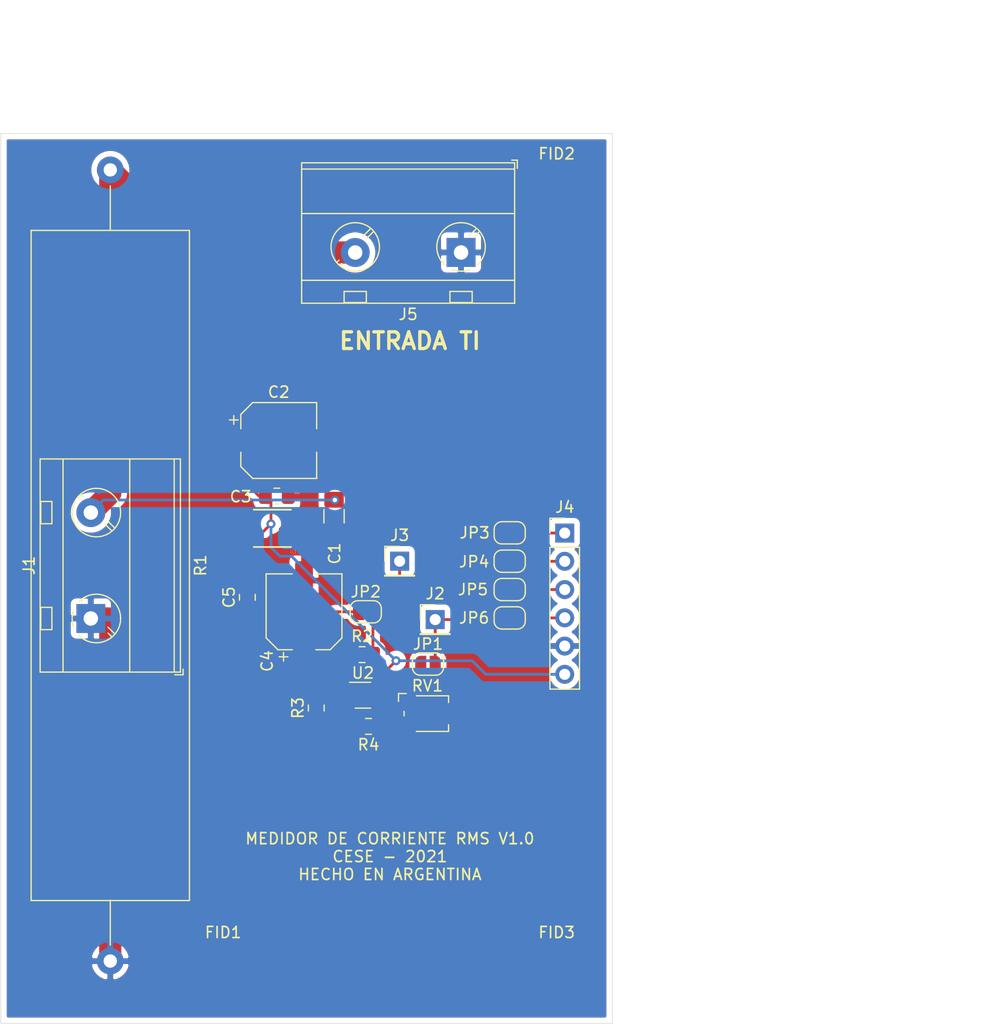
<source format=kicad_pcb>
(kicad_pcb (version 20171130) (host pcbnew 5.1.5-52549c5~84~ubuntu16.04.1)

  (general
    (thickness 1.6)
    (drawings 9)
    (tracks 94)
    (zones 0)
    (modules 26)
    (nets 16)
  )

  (page A4)
  (title_block
    (title "MEDIDOR DE CORRIENTE RMS")
    (date 2021-04-13)
    (company "Ing. Milton Eduardo Sosa")
    (comment 1 "OHL Licence")
  )

  (layers
    (0 F.Cu signal)
    (31 B.Cu signal)
    (32 B.Adhes user)
    (33 F.Adhes user)
    (34 B.Paste user)
    (35 F.Paste user)
    (36 B.SilkS user)
    (37 F.SilkS user)
    (38 B.Mask user)
    (39 F.Mask user)
    (40 Dwgs.User user)
    (41 Cmts.User user)
    (42 Eco1.User user)
    (43 Eco2.User user)
    (44 Edge.Cuts user)
    (45 Margin user)
    (46 B.CrtYd user)
    (47 F.CrtYd user)
    (48 B.Fab user)
    (49 F.Fab user hide)
  )

  (setup
    (last_trace_width 0.25)
    (user_trace_width 0.25)
    (user_trace_width 2)
    (trace_clearance 0.2)
    (zone_clearance 0.508)
    (zone_45_only no)
    (trace_min 0.2)
    (via_size 0.8)
    (via_drill 0.4)
    (via_min_size 0.4)
    (via_min_drill 0.3)
    (user_via 0.8 0.4)
    (uvia_size 0.3)
    (uvia_drill 0.1)
    (uvias_allowed no)
    (uvia_min_size 0.2)
    (uvia_min_drill 0.1)
    (edge_width 0.05)
    (segment_width 0.2)
    (pcb_text_width 0.3)
    (pcb_text_size 1.5 1.5)
    (mod_edge_width 0.12)
    (mod_text_size 1 1)
    (mod_text_width 0.15)
    (pad_size 1.524 1.524)
    (pad_drill 0.762)
    (pad_to_mask_clearance 0.051)
    (solder_mask_min_width 0.25)
    (aux_axis_origin 0 0)
    (visible_elements FFFFEF7F)
    (pcbplotparams
      (layerselection 0x010fc_ffffffff)
      (usegerberextensions false)
      (usegerberattributes false)
      (usegerberadvancedattributes false)
      (creategerberjobfile false)
      (excludeedgelayer true)
      (linewidth 0.100000)
      (plotframeref false)
      (viasonmask false)
      (mode 1)
      (useauxorigin false)
      (hpglpennumber 1)
      (hpglpenspeed 20)
      (hpglpendiameter 15.000000)
      (psnegative false)
      (psa4output false)
      (plotreference true)
      (plotvalue true)
      (plotinvisibletext false)
      (padsonsilk false)
      (subtractmaskfromsilk false)
      (outputformat 1)
      (mirror false)
      (drillshape 1)
      (scaleselection 1)
      (outputdirectory ""))
  )

  (net 0 "")
  (net 1 "Net-(C1-Pad1)")
  (net 2 GND)
  (net 3 VDD)
  (net 4 /VOUT)
  (net 5 /OUT_MCP6001u)
  (net 6 /IN+_MCP6001)
  (net 7 "Net-(JP1-Pad1)")
  (net 8 "Net-(R2-Pad1)")
  (net 9 "Net-(R3-Pad1)")
  (net 10 "Net-(R4-Pad1)")
  (net 11 /Neutral)
  (net 12 /Fase_3)
  (net 13 /Fase_2)
  (net 14 /Fase_1)
  (net 15 /CT_INPUT_2)

  (net_class Default "This is the default net class."
    (clearance 0.2)
    (trace_width 0.25)
    (via_dia 0.8)
    (via_drill 0.4)
    (uvia_dia 0.3)
    (uvia_drill 0.1)
    (add_net /CT_INPUT_2)
    (add_net /Fase_1)
    (add_net /Fase_2)
    (add_net /Fase_3)
    (add_net /IN+_MCP6001)
    (add_net /Neutral)
    (add_net /OUT_MCP6001u)
    (add_net /VOUT)
    (add_net GND)
    (add_net "Net-(C1-Pad1)")
    (add_net "Net-(JP1-Pad1)")
    (add_net "Net-(R2-Pad1)")
    (add_net "Net-(R3-Pad1)")
    (add_net "Net-(R4-Pad1)")
    (add_net VDD)
  )

  (module Fiducial:Fiducial_1.5mm_Mask4.5mm (layer F.Cu) (tedit 5C18D1F6) (tstamp 6075E852)
    (at 150 130)
    (descr "Circular Fiducial, 1.5mm bare copper, 4.5mm soldermask opening")
    (tags fiducial)
    (path /607C95B1)
    (attr smd)
    (fp_text reference FID3 (at 0 -3.175) (layer F.SilkS)
      (effects (font (size 1 1) (thickness 0.15)))
    )
    (fp_text value Fiducial (at 0 3.175) (layer F.Fab)
      (effects (font (size 1 1) (thickness 0.15)))
    )
    (fp_circle (center 0 0) (end 2.5 0) (layer F.CrtYd) (width 0.05))
    (fp_text user %R (at 0 0) (layer F.Fab)
      (effects (font (size 0.4 0.4) (thickness 0.06)))
    )
    (fp_circle (center 0 0) (end 2.25 0) (layer F.Fab) (width 0.1))
    (pad "" smd circle (at 0 0) (size 1.5 1.5) (layers F.Cu F.Mask)
      (solder_mask_margin 1.5) (clearance 1.5))
  )

  (module Fiducial:Fiducial_1.5mm_Mask4.5mm (layer F.Cu) (tedit 5C18D1F6) (tstamp 6075E84A)
    (at 150 60)
    (descr "Circular Fiducial, 1.5mm bare copper, 4.5mm soldermask opening")
    (tags fiducial)
    (path /607C893F)
    (attr smd)
    (fp_text reference FID2 (at 0 -3.175) (layer F.SilkS)
      (effects (font (size 1 1) (thickness 0.15)))
    )
    (fp_text value Fiducial (at 0 3.175) (layer F.Fab)
      (effects (font (size 1 1) (thickness 0.15)))
    )
    (fp_circle (center 0 0) (end 2.5 0) (layer F.CrtYd) (width 0.05))
    (fp_text user %R (at 0 0) (layer F.Fab)
      (effects (font (size 0.4 0.4) (thickness 0.06)))
    )
    (fp_circle (center 0 0) (end 2.25 0) (layer F.Fab) (width 0.1))
    (pad "" smd circle (at 0 0) (size 1.5 1.5) (layers F.Cu F.Mask)
      (solder_mask_margin 1.5) (clearance 1.5))
  )

  (module Fiducial:Fiducial_1.5mm_Mask4.5mm (layer F.Cu) (tedit 5C18D1F6) (tstamp 6075E842)
    (at 120 130)
    (descr "Circular Fiducial, 1.5mm bare copper, 4.5mm soldermask opening")
    (tags fiducial)
    (path /607C8551)
    (attr smd)
    (fp_text reference FID1 (at 0 -3.175) (layer F.SilkS)
      (effects (font (size 1 1) (thickness 0.15)))
    )
    (fp_text value Fiducial (at 0 3.175) (layer F.Fab)
      (effects (font (size 1 1) (thickness 0.15)))
    )
    (fp_circle (center 0 0) (end 2.5 0) (layer F.CrtYd) (width 0.05))
    (fp_text user %R (at 0 0) (layer F.Fab)
      (effects (font (size 0.4 0.4) (thickness 0.06)))
    )
    (fp_circle (center 0 0) (end 2.25 0) (layer F.Fab) (width 0.1))
    (pad "" smd circle (at 0 0) (size 1.5 1.5) (layers F.Cu F.Mask)
      (solder_mask_margin 1.5) (clearance 1.5))
  )

  (module TerminalBlock_MetzConnect:TerminalBlock_MetzConnect_Type703_RT10N02HGLU_1x02_P9.52mm_Horizontal (layer F.Cu) (tedit 5B294E9C) (tstamp 6072749D)
    (at 141.4 65.7 180)
    (descr "terminal block Metz Connect Type703_RT10N02HGLU, 2 pins, pitch 9.52mm, size 19x12.5mm^2, drill diamater 1.3mm, pad diameter 2.6mm, see http://www.metz-connect.com/de/system/files/productfiles/Datenblatt_317031_RT10NxxHGLU_OFF-022897S.pdf, script-generated using https://github.com/pointhi/kicad-footprint-generator/scripts/TerminalBlock_MetzConnect")
    (tags "THT terminal block Metz Connect Type703_RT10N02HGLU pitch 9.52mm size 19x12.5mm^2 drill 1.3mm pad 2.6mm")
    (path /6076F95B)
    (fp_text reference J5 (at 4.76 -5.56) (layer F.SilkS)
      (effects (font (size 1 1) (thickness 0.15)))
    )
    (fp_text value Screw_Terminal_01x02 (at 4.76 9.06) (layer F.Fab)
      (effects (font (size 1 1) (thickness 0.15)))
    )
    (fp_text user %R (at 4.76 5.25) (layer F.Fab)
      (effects (font (size 1 1) (thickness 0.15)))
    )
    (fp_line (start 14.78 -5) (end -5.26 -5) (layer F.CrtYd) (width 0.05))
    (fp_line (start 14.78 8.5) (end 14.78 -5) (layer F.CrtYd) (width 0.05))
    (fp_line (start -5.26 8.5) (end 14.78 8.5) (layer F.CrtYd) (width 0.05))
    (fp_line (start -5.26 -5) (end -5.26 8.5) (layer F.CrtYd) (width 0.05))
    (fp_line (start -5.06 8.3) (end -4.56 8.3) (layer F.SilkS) (width 0.12))
    (fp_line (start -5.06 7.56) (end -5.06 8.3) (layer F.SilkS) (width 0.12))
    (fp_line (start 10.52 -4.5) (end 10.52 -3.5) (layer F.SilkS) (width 0.12))
    (fp_line (start 8.52 -4.5) (end 8.52 -3.5) (layer F.SilkS) (width 0.12))
    (fp_line (start 8.52 -3.5) (end 10.52 -3.5) (layer F.SilkS) (width 0.12))
    (fp_line (start 8.52 -4.5) (end 10.52 -4.5) (layer F.SilkS) (width 0.12))
    (fp_line (start 10.52 -4.5) (end 8.52 -4.5) (layer F.Fab) (width 0.1))
    (fp_line (start 10.52 -3.5) (end 10.52 -4.5) (layer F.Fab) (width 0.1))
    (fp_line (start 8.52 -3.5) (end 10.52 -3.5) (layer F.Fab) (width 0.1))
    (fp_line (start 8.52 -4.5) (end 8.52 -3.5) (layer F.Fab) (width 0.1))
    (fp_line (start 8.475 1.279) (end 7.867 1.888) (layer F.SilkS) (width 0.12))
    (fp_line (start 10.908 -1.154) (end 10.741 -0.986) (layer F.SilkS) (width 0.12))
    (fp_line (start 8.817 1.47) (end 8.133 2.154) (layer F.SilkS) (width 0.12))
    (fp_line (start 11.174 -0.888) (end 10.976 -0.69) (layer F.SilkS) (width 0.12))
    (fp_line (start 10.793 -1.017) (end 8.004 1.773) (layer F.Fab) (width 0.1))
    (fp_line (start 11.037 -0.773) (end 8.248 2.017) (layer F.Fab) (width 0.1))
    (fp_line (start 1 -4.5) (end 1 -3.5) (layer F.SilkS) (width 0.12))
    (fp_line (start -1 -4.5) (end -1 -3.5) (layer F.SilkS) (width 0.12))
    (fp_line (start -1 -3.5) (end 1 -3.5) (layer F.SilkS) (width 0.12))
    (fp_line (start -1 -4.5) (end 1 -4.5) (layer F.SilkS) (width 0.12))
    (fp_line (start 1 -4.5) (end -1 -4.5) (layer F.Fab) (width 0.1))
    (fp_line (start 1 -3.5) (end 1 -4.5) (layer F.Fab) (width 0.1))
    (fp_line (start -1 -3.5) (end 1 -3.5) (layer F.Fab) (width 0.1))
    (fp_line (start -1 -4.5) (end -1 -3.5) (layer F.Fab) (width 0.1))
    (fp_line (start -1.32 1.553) (end -1.654 1.888) (layer F.SilkS) (width 0.12))
    (fp_line (start -0.78 1.546) (end -1.388 2.154) (layer F.SilkS) (width 0.12))
    (fp_line (start 1.654 -0.888) (end 1.547 -0.781) (layer F.SilkS) (width 0.12))
    (fp_line (start 1.273 -1.017) (end -1.517 1.773) (layer F.Fab) (width 0.1))
    (fp_line (start 1.517 -0.773) (end -1.273 2.017) (layer F.Fab) (width 0.1))
    (fp_line (start 14.34 -4.56) (end 14.34 8.06) (layer F.SilkS) (width 0.12))
    (fp_line (start -4.82 -4.56) (end -4.82 8.06) (layer F.SilkS) (width 0.12))
    (fp_line (start -4.82 8.06) (end 14.34 8.06) (layer F.SilkS) (width 0.12))
    (fp_line (start -4.82 -4.56) (end 14.34 -4.56) (layer F.SilkS) (width 0.12))
    (fp_line (start -4.82 -2.5) (end 14.34 -2.5) (layer F.SilkS) (width 0.12))
    (fp_line (start -4.76 -2.5) (end 14.28 -2.5) (layer F.Fab) (width 0.1))
    (fp_line (start -4.82 3.5) (end 14.34 3.5) (layer F.SilkS) (width 0.12))
    (fp_line (start -4.76 3.5) (end 14.28 3.5) (layer F.Fab) (width 0.1))
    (fp_line (start -4.82 7.5) (end 14.34 7.5) (layer F.SilkS) (width 0.12))
    (fp_line (start -4.76 7.5) (end 14.28 7.5) (layer F.Fab) (width 0.1))
    (fp_line (start -4.76 7.5) (end -4.76 -4.5) (layer F.Fab) (width 0.1))
    (fp_line (start -4.26 8) (end -4.76 7.5) (layer F.Fab) (width 0.1))
    (fp_line (start 14.28 8) (end -4.26 8) (layer F.Fab) (width 0.1))
    (fp_line (start 14.28 -4.5) (end 14.28 8) (layer F.Fab) (width 0.1))
    (fp_line (start -4.76 -4.5) (end 14.28 -4.5) (layer F.Fab) (width 0.1))
    (fp_circle (center 9.52 0.5) (end 11.7 0.5) (layer F.SilkS) (width 0.12))
    (fp_circle (center 9.52 0.5) (end 11.52 0.5) (layer F.Fab) (width 0.1))
    (fp_circle (center 0 0.5) (end 2 0.5) (layer F.Fab) (width 0.1))
    (fp_arc (start 0 0.5) (end -1.515 -1.069) (angle -137) (layer F.SilkS) (width 0.12))
    (fp_arc (start 0 0.5) (end 0.782 -1.536) (angle -42) (layer F.SilkS) (width 0.12))
    (fp_arc (start 0 0.5) (end 0 2.68) (angle -136) (layer F.SilkS) (width 0.12))
    (pad 2 thru_hole circle (at 9.52 0 180) (size 2.6 2.6) (drill 1.3) (layers *.Cu *.Mask)
      (net 15 /CT_INPUT_2))
    (pad 1 thru_hole rect (at 0 0 180) (size 2.6 2.6) (drill 1.3) (layers *.Cu *.Mask)
      (net 2 GND))
    (model ${KISYS3DMOD}/TerminalBlock_MetzConnect.3dshapes/TerminalBlock_MetzConnect_Type703_RT10N02HGLU_1x02_P9.52mm_Horizontal.wrl
      (at (xyz 0 0 0))
      (scale (xyz 1 1 1))
      (rotate (xyz 0 0 0))
    )
  )

  (module TerminalBlock_MetzConnect:TerminalBlock_MetzConnect_Type703_RT10N02HGLU_1x02_P9.52mm_Horizontal (layer F.Cu) (tedit 5B294E9C) (tstamp 607246C1)
    (at 108.095 98.6 90)
    (descr "terminal block Metz Connect Type703_RT10N02HGLU, 2 pins, pitch 9.52mm, size 19x12.5mm^2, drill diamater 1.3mm, pad diameter 2.6mm, see http://www.metz-connect.com/de/system/files/productfiles/Datenblatt_317031_RT10NxxHGLU_OFF-022897S.pdf, script-generated using https://github.com/pointhi/kicad-footprint-generator/scripts/TerminalBlock_MetzConnect")
    (tags "THT terminal block Metz Connect Type703_RT10N02HGLU pitch 9.52mm size 19x12.5mm^2 drill 1.3mm pad 2.6mm")
    (path /606ACC60)
    (fp_text reference J1 (at 4.76 -5.56 90) (layer F.SilkS)
      (effects (font (size 1 1) (thickness 0.15)))
    )
    (fp_text value Screw_Terminal_01x02 (at 4.76 9.06 90) (layer F.Fab)
      (effects (font (size 1 1) (thickness 0.15)))
    )
    (fp_text user %R (at 4.76 5.25 90) (layer F.Fab)
      (effects (font (size 1 1) (thickness 0.15)))
    )
    (fp_line (start 14.78 -5) (end -5.26 -5) (layer F.CrtYd) (width 0.05))
    (fp_line (start 14.78 8.5) (end 14.78 -5) (layer F.CrtYd) (width 0.05))
    (fp_line (start -5.26 8.5) (end 14.78 8.5) (layer F.CrtYd) (width 0.05))
    (fp_line (start -5.26 -5) (end -5.26 8.5) (layer F.CrtYd) (width 0.05))
    (fp_line (start -5.06 8.3) (end -4.56 8.3) (layer F.SilkS) (width 0.12))
    (fp_line (start -5.06 7.56) (end -5.06 8.3) (layer F.SilkS) (width 0.12))
    (fp_line (start 10.52 -4.5) (end 10.52 -3.5) (layer F.SilkS) (width 0.12))
    (fp_line (start 8.52 -4.5) (end 8.52 -3.5) (layer F.SilkS) (width 0.12))
    (fp_line (start 8.52 -3.5) (end 10.52 -3.5) (layer F.SilkS) (width 0.12))
    (fp_line (start 8.52 -4.5) (end 10.52 -4.5) (layer F.SilkS) (width 0.12))
    (fp_line (start 10.52 -4.5) (end 8.52 -4.5) (layer F.Fab) (width 0.1))
    (fp_line (start 10.52 -3.5) (end 10.52 -4.5) (layer F.Fab) (width 0.1))
    (fp_line (start 8.52 -3.5) (end 10.52 -3.5) (layer F.Fab) (width 0.1))
    (fp_line (start 8.52 -4.5) (end 8.52 -3.5) (layer F.Fab) (width 0.1))
    (fp_line (start 8.475 1.279) (end 7.867 1.888) (layer F.SilkS) (width 0.12))
    (fp_line (start 10.908 -1.154) (end 10.741 -0.986) (layer F.SilkS) (width 0.12))
    (fp_line (start 8.817 1.47) (end 8.133 2.154) (layer F.SilkS) (width 0.12))
    (fp_line (start 11.174 -0.888) (end 10.976 -0.69) (layer F.SilkS) (width 0.12))
    (fp_line (start 10.793 -1.017) (end 8.004 1.773) (layer F.Fab) (width 0.1))
    (fp_line (start 11.037 -0.773) (end 8.248 2.017) (layer F.Fab) (width 0.1))
    (fp_line (start 1 -4.5) (end 1 -3.5) (layer F.SilkS) (width 0.12))
    (fp_line (start -1 -4.5) (end -1 -3.5) (layer F.SilkS) (width 0.12))
    (fp_line (start -1 -3.5) (end 1 -3.5) (layer F.SilkS) (width 0.12))
    (fp_line (start -1 -4.5) (end 1 -4.5) (layer F.SilkS) (width 0.12))
    (fp_line (start 1 -4.5) (end -1 -4.5) (layer F.Fab) (width 0.1))
    (fp_line (start 1 -3.5) (end 1 -4.5) (layer F.Fab) (width 0.1))
    (fp_line (start -1 -3.5) (end 1 -3.5) (layer F.Fab) (width 0.1))
    (fp_line (start -1 -4.5) (end -1 -3.5) (layer F.Fab) (width 0.1))
    (fp_line (start -1.32 1.553) (end -1.654 1.888) (layer F.SilkS) (width 0.12))
    (fp_line (start -0.78 1.546) (end -1.388 2.154) (layer F.SilkS) (width 0.12))
    (fp_line (start 1.654 -0.888) (end 1.547 -0.781) (layer F.SilkS) (width 0.12))
    (fp_line (start 1.273 -1.017) (end -1.517 1.773) (layer F.Fab) (width 0.1))
    (fp_line (start 1.517 -0.773) (end -1.273 2.017) (layer F.Fab) (width 0.1))
    (fp_line (start 14.34 -4.56) (end 14.34 8.06) (layer F.SilkS) (width 0.12))
    (fp_line (start -4.82 -4.56) (end -4.82 8.06) (layer F.SilkS) (width 0.12))
    (fp_line (start -4.82 8.06) (end 14.34 8.06) (layer F.SilkS) (width 0.12))
    (fp_line (start -4.82 -4.56) (end 14.34 -4.56) (layer F.SilkS) (width 0.12))
    (fp_line (start -4.82 -2.5) (end 14.34 -2.5) (layer F.SilkS) (width 0.12))
    (fp_line (start -4.76 -2.5) (end 14.28 -2.5) (layer F.Fab) (width 0.1))
    (fp_line (start -4.82 3.5) (end 14.34 3.5) (layer F.SilkS) (width 0.12))
    (fp_line (start -4.76 3.5) (end 14.28 3.5) (layer F.Fab) (width 0.1))
    (fp_line (start -4.82 7.5) (end 14.34 7.5) (layer F.SilkS) (width 0.12))
    (fp_line (start -4.76 7.5) (end 14.28 7.5) (layer F.Fab) (width 0.1))
    (fp_line (start -4.76 7.5) (end -4.76 -4.5) (layer F.Fab) (width 0.1))
    (fp_line (start -4.26 8) (end -4.76 7.5) (layer F.Fab) (width 0.1))
    (fp_line (start 14.28 8) (end -4.26 8) (layer F.Fab) (width 0.1))
    (fp_line (start 14.28 -4.5) (end 14.28 8) (layer F.Fab) (width 0.1))
    (fp_line (start -4.76 -4.5) (end 14.28 -4.5) (layer F.Fab) (width 0.1))
    (fp_circle (center 9.52 0.5) (end 11.7 0.5) (layer F.SilkS) (width 0.12))
    (fp_circle (center 9.52 0.5) (end 11.52 0.5) (layer F.Fab) (width 0.1))
    (fp_circle (center 0 0.5) (end 2 0.5) (layer F.Fab) (width 0.1))
    (fp_arc (start 0 0.5) (end -1.515 -1.069) (angle -137) (layer F.SilkS) (width 0.12))
    (fp_arc (start 0 0.5) (end 0.782 -1.536) (angle -42) (layer F.SilkS) (width 0.12))
    (fp_arc (start 0 0.5) (end 0 2.68) (angle -136) (layer F.SilkS) (width 0.12))
    (pad 2 thru_hole circle (at 9.52 0 90) (size 2.6 2.6) (drill 1.3) (layers *.Cu *.Mask)
      (net 15 /CT_INPUT_2))
    (pad 1 thru_hole rect (at 0 0 90) (size 2.6 2.6) (drill 1.3) (layers *.Cu *.Mask)
      (net 2 GND))
    (model ${KISYS3DMOD}/TerminalBlock_MetzConnect.3dshapes/TerminalBlock_MetzConnect_Type703_RT10N02HGLU_1x02_P9.52mm_Horizontal.wrl
      (at (xyz 0 0 0))
      (scale (xyz 1 1 1))
      (rotate (xyz 0 0 0))
    )
  )

  (module Resistor_THT:R_Axial_Power_L60.0mm_W14.0mm_P71.12mm (layer F.Cu) (tedit 5AE5139B) (tstamp 60726518)
    (at 109.845 58.275 270)
    (descr "Resistor, Axial_Power series, Box, pin pitch=71.12mm, 25W, length*width*height=60*14*14mm^3, http://cdn-reichelt.de/documents/datenblatt/B400/5WAXIAL_9WAXIAL_11WAXIAL_17WAXIAL%23YAG.pdf")
    (tags "Resistor Axial_Power series Box pin pitch 71.12mm 25W length 60mm width 14mm height 14mm")
    (path /606ABA22)
    (fp_text reference R1 (at 35.56 -8.12 90) (layer F.SilkS)
      (effects (font (size 1 1) (thickness 0.15)))
    )
    (fp_text value 0.1 (at 35.56 8.12 90) (layer F.Fab)
      (effects (font (size 1 1) (thickness 0.15)))
    )
    (fp_text user %R (at 35.56 0 90) (layer F.Fab)
      (effects (font (size 1 1) (thickness 0.15)))
    )
    (fp_line (start 72.58 -7.25) (end -1.45 -7.25) (layer F.CrtYd) (width 0.05))
    (fp_line (start 72.58 7.25) (end 72.58 -7.25) (layer F.CrtYd) (width 0.05))
    (fp_line (start -1.45 7.25) (end 72.58 7.25) (layer F.CrtYd) (width 0.05))
    (fp_line (start -1.45 -7.25) (end -1.45 7.25) (layer F.CrtYd) (width 0.05))
    (fp_line (start 69.68 0) (end 65.68 0) (layer F.SilkS) (width 0.12))
    (fp_line (start 1.44 0) (end 5.44 0) (layer F.SilkS) (width 0.12))
    (fp_line (start 65.68 -7.12) (end 5.44 -7.12) (layer F.SilkS) (width 0.12))
    (fp_line (start 65.68 7.12) (end 65.68 -7.12) (layer F.SilkS) (width 0.12))
    (fp_line (start 5.44 7.12) (end 65.68 7.12) (layer F.SilkS) (width 0.12))
    (fp_line (start 5.44 -7.12) (end 5.44 7.12) (layer F.SilkS) (width 0.12))
    (fp_line (start 71.12 0) (end 65.56 0) (layer F.Fab) (width 0.1))
    (fp_line (start 0 0) (end 5.56 0) (layer F.Fab) (width 0.1))
    (fp_line (start 65.56 -7) (end 5.56 -7) (layer F.Fab) (width 0.1))
    (fp_line (start 65.56 7) (end 65.56 -7) (layer F.Fab) (width 0.1))
    (fp_line (start 5.56 7) (end 65.56 7) (layer F.Fab) (width 0.1))
    (fp_line (start 5.56 -7) (end 5.56 7) (layer F.Fab) (width 0.1))
    (pad 2 thru_hole oval (at 71.12 0 270) (size 2.4 2.4) (drill 1.2) (layers *.Cu *.Mask)
      (net 2 GND))
    (pad 1 thru_hole circle (at 0 0 270) (size 2.4 2.4) (drill 1.2) (layers *.Cu *.Mask)
      (net 15 /CT_INPUT_2))
    (model ${KISYS3DMOD}/Resistor_THT.3dshapes/R_Axial_Power_L60.0mm_W14.0mm_P71.12mm.wrl
      (at (xyz 0 0 0))
      (scale (xyz 1 1 1))
      (rotate (xyz 0 0 0))
    )
  )

  (module Package_TO_SOT_SMD:SOT-353_SC-70-5_Handsoldering (layer F.Cu) (tedit 5C9ED275) (tstamp 60724820)
    (at 132.575 105.5)
    (descr "SOT-353, SC-70-5, Handsoldering")
    (tags "SOT-353 SC-70-5 Handsoldering")
    (path /606B3D60)
    (attr smd)
    (fp_text reference U2 (at 0 -2) (layer F.SilkS)
      (effects (font (size 1 1) (thickness 0.15)))
    )
    (fp_text value MCP6001U (at 0 2 180) (layer F.Fab)
      (effects (font (size 1 1) (thickness 0.15)))
    )
    (fp_line (start -0.175 -1.1) (end -0.675 -0.6) (layer F.Fab) (width 0.1))
    (fp_line (start 0.675 1.1) (end -0.675 1.1) (layer F.Fab) (width 0.1))
    (fp_line (start 0.675 -1.1) (end 0.675 1.1) (layer F.Fab) (width 0.1))
    (fp_line (start -2.4 1.4) (end 2.4 1.4) (layer F.CrtYd) (width 0.05))
    (fp_line (start -0.675 -0.6) (end -0.675 1.1) (layer F.Fab) (width 0.1))
    (fp_line (start 0.675 -1.1) (end -0.175 -1.1) (layer F.Fab) (width 0.1))
    (fp_line (start -2.4 -1.4) (end 2.4 -1.4) (layer F.CrtYd) (width 0.05))
    (fp_line (start -2.4 -1.4) (end -2.4 1.4) (layer F.CrtYd) (width 0.05))
    (fp_line (start 2.4 1.4) (end 2.4 -1.4) (layer F.CrtYd) (width 0.05))
    (fp_line (start -0.7 1.16) (end 0.7 1.16) (layer F.SilkS) (width 0.12))
    (fp_line (start 0.7 -1.16) (end -1.2 -1.16) (layer F.SilkS) (width 0.12))
    (fp_text user %R (at 0 0 90) (layer F.Fab)
      (effects (font (size 0.5 0.5) (thickness 0.075)))
    )
    (pad 5 smd rect (at 1.33 -0.65) (size 1.5 0.4) (layers F.Cu F.Paste F.Mask)
      (net 3 VDD))
    (pad 4 smd rect (at 1.33 0.65) (size 1.5 0.4) (layers F.Cu F.Paste F.Mask)
      (net 7 "Net-(JP1-Pad1)"))
    (pad 3 smd rect (at -1.33 0.65) (size 1.5 0.4) (layers F.Cu F.Paste F.Mask)
      (net 9 "Net-(R3-Pad1)"))
    (pad 2 smd rect (at -1.33 0) (size 1.5 0.4) (layers F.Cu F.Paste F.Mask)
      (net 2 GND))
    (pad 1 smd rect (at -1.33 -0.65) (size 1.5 0.4) (layers F.Cu F.Paste F.Mask)
      (net 8 "Net-(R2-Pad1)"))
    (model ${KISYS3DMOD}/Package_TO_SOT_SMD.3dshapes/SOT-353_SC-70-5.wrl
      (at (xyz 0 0 0))
      (scale (xyz 1 1 1))
      (rotate (xyz 0 0 0))
    )
  )

  (module LTC1966CMS8PBF:MSOP-8_MS (layer F.Cu) (tedit 60660D20) (tstamp 607253CA)
    (at 124.425 90.5 180)
    (path /6067D0F0)
    (fp_text reference U1 (at -1.9083 -2.0909) (layer F.SilkS)
      (effects (font (size 0.314961 0.314961) (thickness 0.015)))
    )
    (fp_text value LTC1966CMS8PBF (at -1.1083 2.0909) (layer F.Fab)
      (effects (font (size 0.314961 0.314961) (thickness 0.015)))
    )
    (fp_line (start 1.6764 -1.6764) (end -1.6764 -1.6764) (layer F.SilkS) (width 0.1524))
    (fp_line (start -1.6764 1.6764) (end 1.6764 1.6764) (layer F.SilkS) (width 0.1524))
    (fp_arc (start 0 -1.5494) (end -0.3048 -1.5494) (angle -180) (layer F.Fab) (width 0.1524))
    (fp_line (start -1.5494 -1.5494) (end -1.5494 1.5494) (layer F.Fab) (width 0.1524))
    (fp_line (start -0.3048 -1.5494) (end -1.5494 -1.5494) (layer F.Fab) (width 0.1524))
    (fp_line (start 0.3048 -1.5494) (end -0.3048 -1.5494) (layer F.Fab) (width 0.1524))
    (fp_line (start 1.5494 -1.5494) (end 0.3048 -1.5494) (layer F.Fab) (width 0.1524))
    (fp_line (start 1.5494 1.5494) (end 1.5494 -1.5494) (layer F.Fab) (width 0.1524))
    (fp_line (start -1.5494 1.5494) (end 1.5494 1.5494) (layer F.Fab) (width 0.1524))
    (fp_line (start 2.54 -1.1684) (end 1.5494 -1.1684) (layer F.Fab) (width 0.1524))
    (fp_line (start 2.54 -0.7874) (end 2.54 -1.1684) (layer F.Fab) (width 0.1524))
    (fp_line (start 1.5494 -0.7874) (end 2.54 -0.7874) (layer F.Fab) (width 0.1524))
    (fp_line (start 1.5494 -1.1684) (end 1.5494 -0.7874) (layer F.Fab) (width 0.1524))
    (fp_line (start 2.54 -0.508) (end 1.5494 -0.508) (layer F.Fab) (width 0.1524))
    (fp_line (start 2.54 -0.127) (end 2.54 -0.508) (layer F.Fab) (width 0.1524))
    (fp_line (start 1.5494 -0.127) (end 2.54 -0.127) (layer F.Fab) (width 0.1524))
    (fp_line (start 1.5494 -0.508) (end 1.5494 -0.127) (layer F.Fab) (width 0.1524))
    (fp_line (start 2.54 0.127) (end 1.5494 0.127) (layer F.Fab) (width 0.1524))
    (fp_line (start 2.54 0.508) (end 2.54 0.127) (layer F.Fab) (width 0.1524))
    (fp_line (start 1.5494 0.508) (end 2.54 0.508) (layer F.Fab) (width 0.1524))
    (fp_line (start 1.5494 0.127) (end 1.5494 0.508) (layer F.Fab) (width 0.1524))
    (fp_line (start 2.54 0.7874) (end 1.5494 0.7874) (layer F.Fab) (width 0.1524))
    (fp_line (start 2.54 1.1684) (end 2.54 0.7874) (layer F.Fab) (width 0.1524))
    (fp_line (start 1.5494 1.1684) (end 2.54 1.1684) (layer F.Fab) (width 0.1524))
    (fp_line (start 1.5494 0.7874) (end 1.5494 1.1684) (layer F.Fab) (width 0.1524))
    (fp_line (start -2.54 1.1684) (end -1.5494 1.1684) (layer F.Fab) (width 0.1524))
    (fp_line (start -2.54 0.7874) (end -2.54 1.1684) (layer F.Fab) (width 0.1524))
    (fp_line (start -1.5494 0.7874) (end -2.54 0.7874) (layer F.Fab) (width 0.1524))
    (fp_line (start -1.5494 1.1684) (end -1.5494 0.7874) (layer F.Fab) (width 0.1524))
    (fp_line (start -2.54 0.508) (end -1.5494 0.508) (layer F.Fab) (width 0.1524))
    (fp_line (start -2.54 0.127) (end -2.54 0.508) (layer F.Fab) (width 0.1524))
    (fp_line (start -1.5494 0.127) (end -2.54 0.127) (layer F.Fab) (width 0.1524))
    (fp_line (start -1.5494 0.508) (end -1.5494 0.127) (layer F.Fab) (width 0.1524))
    (fp_line (start -2.54 -0.127) (end -1.5494 -0.127) (layer F.Fab) (width 0.1524))
    (fp_line (start -2.54 -0.508) (end -2.54 -0.127) (layer F.Fab) (width 0.1524))
    (fp_line (start -1.5494 -0.508) (end -2.54 -0.508) (layer F.Fab) (width 0.1524))
    (fp_line (start -1.5494 -0.127) (end -1.5494 -0.508) (layer F.Fab) (width 0.1524))
    (fp_line (start -2.54 -0.7874) (end -1.5494 -0.7874) (layer F.Fab) (width 0.1524))
    (fp_line (start -2.54 -1.1684) (end -2.54 -0.7874) (layer F.Fab) (width 0.1524))
    (fp_line (start -1.5494 -1.1684) (end -2.54 -1.1684) (layer F.Fab) (width 0.1524))
    (fp_line (start -1.5494 -0.7874) (end -1.5494 -1.1684) (layer F.Fab) (width 0.1524))
    (pad 8 smd rect (at 2.2098 -0.975 180) (size 1.397 0.4318) (layers F.Cu F.Paste F.Mask)
      (net 2 GND))
    (pad 7 smd rect (at 2.2098 -0.325 180) (size 1.397 0.4318) (layers F.Cu F.Paste F.Mask)
      (net 3 VDD))
    (pad 6 smd rect (at 2.2098 0.325 180) (size 1.397 0.4318) (layers F.Cu F.Paste F.Mask)
      (net 2 GND))
    (pad 5 smd rect (at 2.2098 0.975 180) (size 1.397 0.4318) (layers F.Cu F.Paste F.Mask)
      (net 4 /VOUT))
    (pad 4 smd rect (at -2.2098 0.975 180) (size 1.397 0.4318) (layers F.Cu F.Paste F.Mask)
      (net 2 GND))
    (pad 3 smd rect (at -2.2098 0.325 180) (size 1.397 0.4318) (layers F.Cu F.Paste F.Mask)
      (net 2 GND))
    (pad 2 smd rect (at -2.2098 -0.325 180) (size 1.397 0.4318) (layers F.Cu F.Paste F.Mask)
      (net 1 "Net-(C1-Pad1)"))
    (pad 1 smd rect (at -2.2098 -0.975 180) (size 1.397 0.4318) (layers F.Cu F.Paste F.Mask)
      (net 2 GND))
  )

  (module Potentiometer_SMD:Potentiometer_Bourns_TC33X_Vertical (layer F.Cu) (tedit 5C165D15) (tstamp 607247D6)
    (at 138.375 107.15)
    (descr "Potentiometer, Bourns, TC33X, Vertical, https://www.bourns.com/pdfs/TC33.pdf")
    (tags "Potentiometer Bourns TC33X Vertical")
    (path /606E6E99)
    (attr smd)
    (fp_text reference RV1 (at 0 -2.5) (layer F.SilkS)
      (effects (font (size 1 1) (thickness 0.15)))
    )
    (fp_text value R_POT (at 0 2.5) (layer F.Fab)
      (effects (font (size 1 1) (thickness 0.15)))
    )
    (fp_text user "Wiper may be\nanywhere within\ncircle shown" (at -0.15 -0.8) (layer Cmts.User)
      (effects (font (size 0.15 0.15) (thickness 0.02)))
    )
    (fp_circle (center 0 0) (end 1.8 0) (layer Dwgs.User) (width 0.05))
    (fp_line (start -2.65 1.85) (end -2.65 -1.85) (layer F.CrtYd) (width 0.05))
    (fp_line (start 2.45 1.85) (end -2.65 1.85) (layer F.CrtYd) (width 0.05))
    (fp_line (start 2.45 -1.85) (end 2.45 1.85) (layer F.CrtYd) (width 0.05))
    (fp_line (start -2.65 -1.85) (end 2.45 -1.85) (layer F.CrtYd) (width 0.05))
    (fp_line (start -2.6 -1.8) (end -2.6 -1.1) (layer F.SilkS) (width 0.12))
    (fp_line (start -1.9 -1.8) (end -2.6 -1.8) (layer F.SilkS) (width 0.12))
    (fp_line (start 1.9 1.6) (end 1.9 1) (layer F.SilkS) (width 0.12))
    (fp_line (start -1 1.6) (end 1.9 1.6) (layer F.SilkS) (width 0.12))
    (fp_line (start 1.9 -1.6) (end 1.9 -1) (layer F.SilkS) (width 0.12))
    (fp_line (start -1 -1.6) (end 1.9 -1.6) (layer F.SilkS) (width 0.12))
    (fp_line (start -2.1 -0.2) (end -2.1 0.2) (layer F.SilkS) (width 0.12))
    (fp_text user %R (at 0 0) (layer F.Fab)
      (effects (font (size 0.7 0.7) (thickness 0.105)))
    )
    (fp_line (start -1.25 -1.5) (end -2 -0.75) (layer F.Fab) (width 0.1))
    (fp_line (start 1.8 -1.5) (end -1.25 -1.5) (layer F.Fab) (width 0.1))
    (fp_line (start 1.8 1.5) (end 1.8 -1.5) (layer F.Fab) (width 0.1))
    (fp_line (start -2 1.5) (end 1.8 1.5) (layer F.Fab) (width 0.1))
    (fp_line (start -2 -0.75) (end -2 1.5) (layer F.Fab) (width 0.1))
    (fp_circle (center 0 0) (end 1.5 0) (layer F.Fab) (width 0.1))
    (pad 2 smd rect (at 1.45 0) (size 1.5 1.6) (layers F.Cu F.Paste F.Mask)
      (net 10 "Net-(R4-Pad1)"))
    (pad 3 smd rect (at -1.8 1) (size 1.2 1.2) (layers F.Cu F.Paste F.Mask)
      (net 10 "Net-(R4-Pad1)"))
    (pad 1 smd rect (at -1.8 -1) (size 1.2 1.2) (layers F.Cu F.Paste F.Mask)
      (net 7 "Net-(JP1-Pad1)"))
    (model ${KISYS3DMOD}/Potentiometer_SMD.3dshapes/Potentiometer_Bourns_TC33X_Vertical.wrl
      (at (xyz 0 0 0))
      (scale (xyz 1 1 1))
      (rotate (xyz 0 0 0))
    )
  )

  (module Resistor_SMD:R_0805_2012Metric_Pad1.15x1.40mm_HandSolder (layer F.Cu) (tedit 5B36C52B) (tstamp 607247BB)
    (at 133.075 108.3 180)
    (descr "Resistor SMD 0805 (2012 Metric), square (rectangular) end terminal, IPC_7351 nominal with elongated pad for handsoldering. (Body size source: https://docs.google.com/spreadsheets/d/1BsfQQcO9C6DZCsRaXUlFlo91Tg2WpOkGARC1WS5S8t0/edit?usp=sharing), generated with kicad-footprint-generator")
    (tags "resistor handsolder")
    (path /606C711C)
    (attr smd)
    (fp_text reference R4 (at 0 -1.65) (layer F.SilkS)
      (effects (font (size 1 1) (thickness 0.15)))
    )
    (fp_text value 6.8k (at 0 1.65) (layer F.Fab)
      (effects (font (size 1 1) (thickness 0.15)))
    )
    (fp_text user %R (at 0 0) (layer F.Fab)
      (effects (font (size 0.5 0.5) (thickness 0.08)))
    )
    (fp_line (start 1.85 0.95) (end -1.85 0.95) (layer F.CrtYd) (width 0.05))
    (fp_line (start 1.85 -0.95) (end 1.85 0.95) (layer F.CrtYd) (width 0.05))
    (fp_line (start -1.85 -0.95) (end 1.85 -0.95) (layer F.CrtYd) (width 0.05))
    (fp_line (start -1.85 0.95) (end -1.85 -0.95) (layer F.CrtYd) (width 0.05))
    (fp_line (start -0.261252 0.71) (end 0.261252 0.71) (layer F.SilkS) (width 0.12))
    (fp_line (start -0.261252 -0.71) (end 0.261252 -0.71) (layer F.SilkS) (width 0.12))
    (fp_line (start 1 0.6) (end -1 0.6) (layer F.Fab) (width 0.1))
    (fp_line (start 1 -0.6) (end 1 0.6) (layer F.Fab) (width 0.1))
    (fp_line (start -1 -0.6) (end 1 -0.6) (layer F.Fab) (width 0.1))
    (fp_line (start -1 0.6) (end -1 -0.6) (layer F.Fab) (width 0.1))
    (pad 2 smd roundrect (at 1.025 0 180) (size 1.15 1.4) (layers F.Cu F.Paste F.Mask) (roundrect_rratio 0.217391)
      (net 9 "Net-(R3-Pad1)"))
    (pad 1 smd roundrect (at -1.025 0 180) (size 1.15 1.4) (layers F.Cu F.Paste F.Mask) (roundrect_rratio 0.217391)
      (net 10 "Net-(R4-Pad1)"))
    (model ${KISYS3DMOD}/Resistor_SMD.3dshapes/R_0805_2012Metric.wrl
      (at (xyz 0 0 0))
      (scale (xyz 1 1 1))
      (rotate (xyz 0 0 0))
    )
  )

  (module Resistor_SMD:R_0805_2012Metric_Pad1.15x1.40mm_HandSolder (layer F.Cu) (tedit 5B36C52B) (tstamp 607247AA)
    (at 128.375 106.65 90)
    (descr "Resistor SMD 0805 (2012 Metric), square (rectangular) end terminal, IPC_7351 nominal with elongated pad for handsoldering. (Body size source: https://docs.google.com/spreadsheets/d/1BsfQQcO9C6DZCsRaXUlFlo91Tg2WpOkGARC1WS5S8t0/edit?usp=sharing), generated with kicad-footprint-generator")
    (tags "resistor handsolder")
    (path /606C6C5D)
    (attr smd)
    (fp_text reference R3 (at 0 -1.65 90) (layer F.SilkS)
      (effects (font (size 1 1) (thickness 0.15)))
    )
    (fp_text value 1k (at 0 1.65 90) (layer F.Fab)
      (effects (font (size 1 1) (thickness 0.15)))
    )
    (fp_text user %R (at 0 0 90) (layer F.Fab)
      (effects (font (size 0.5 0.5) (thickness 0.08)))
    )
    (fp_line (start 1.85 0.95) (end -1.85 0.95) (layer F.CrtYd) (width 0.05))
    (fp_line (start 1.85 -0.95) (end 1.85 0.95) (layer F.CrtYd) (width 0.05))
    (fp_line (start -1.85 -0.95) (end 1.85 -0.95) (layer F.CrtYd) (width 0.05))
    (fp_line (start -1.85 0.95) (end -1.85 -0.95) (layer F.CrtYd) (width 0.05))
    (fp_line (start -0.261252 0.71) (end 0.261252 0.71) (layer F.SilkS) (width 0.12))
    (fp_line (start -0.261252 -0.71) (end 0.261252 -0.71) (layer F.SilkS) (width 0.12))
    (fp_line (start 1 0.6) (end -1 0.6) (layer F.Fab) (width 0.1))
    (fp_line (start 1 -0.6) (end 1 0.6) (layer F.Fab) (width 0.1))
    (fp_line (start -1 -0.6) (end 1 -0.6) (layer F.Fab) (width 0.1))
    (fp_line (start -1 0.6) (end -1 -0.6) (layer F.Fab) (width 0.1))
    (pad 2 smd roundrect (at 1.025 0 90) (size 1.15 1.4) (layers F.Cu F.Paste F.Mask) (roundrect_rratio 0.217391)
      (net 2 GND))
    (pad 1 smd roundrect (at -1.025 0 90) (size 1.15 1.4) (layers F.Cu F.Paste F.Mask) (roundrect_rratio 0.217391)
      (net 9 "Net-(R3-Pad1)"))
    (model ${KISYS3DMOD}/Resistor_SMD.3dshapes/R_0805_2012Metric.wrl
      (at (xyz 0 0 0))
      (scale (xyz 1 1 1))
      (rotate (xyz 0 0 0))
    )
  )

  (module Resistor_SMD:R_0805_2012Metric_Pad1.15x1.40mm_HandSolder (layer F.Cu) (tedit 5B36C52B) (tstamp 60724D49)
    (at 132.5 101.85)
    (descr "Resistor SMD 0805 (2012 Metric), square (rectangular) end terminal, IPC_7351 nominal with elongated pad for handsoldering. (Body size source: https://docs.google.com/spreadsheets/d/1BsfQQcO9C6DZCsRaXUlFlo91Tg2WpOkGARC1WS5S8t0/edit?usp=sharing), generated with kicad-footprint-generator")
    (tags "resistor handsolder")
    (path /606E308E)
    (attr smd)
    (fp_text reference R2 (at 0 -1.65) (layer F.SilkS)
      (effects (font (size 1 1) (thickness 0.15)))
    )
    (fp_text value 0 (at 0 1.65) (layer F.Fab)
      (effects (font (size 1 1) (thickness 0.15)))
    )
    (fp_text user %R (at 0 0) (layer F.Fab)
      (effects (font (size 0.5 0.5) (thickness 0.08)))
    )
    (fp_line (start 1.85 0.95) (end -1.85 0.95) (layer F.CrtYd) (width 0.05))
    (fp_line (start 1.85 -0.95) (end 1.85 0.95) (layer F.CrtYd) (width 0.05))
    (fp_line (start -1.85 -0.95) (end 1.85 -0.95) (layer F.CrtYd) (width 0.05))
    (fp_line (start -1.85 0.95) (end -1.85 -0.95) (layer F.CrtYd) (width 0.05))
    (fp_line (start -0.261252 0.71) (end 0.261252 0.71) (layer F.SilkS) (width 0.12))
    (fp_line (start -0.261252 -0.71) (end 0.261252 -0.71) (layer F.SilkS) (width 0.12))
    (fp_line (start 1 0.6) (end -1 0.6) (layer F.Fab) (width 0.1))
    (fp_line (start 1 -0.6) (end 1 0.6) (layer F.Fab) (width 0.1))
    (fp_line (start -1 -0.6) (end 1 -0.6) (layer F.Fab) (width 0.1))
    (fp_line (start -1 0.6) (end -1 -0.6) (layer F.Fab) (width 0.1))
    (pad 2 smd roundrect (at 1.025 0) (size 1.15 1.4) (layers F.Cu F.Paste F.Mask) (roundrect_rratio 0.217391)
      (net 6 /IN+_MCP6001))
    (pad 1 smd roundrect (at -1.025 0) (size 1.15 1.4) (layers F.Cu F.Paste F.Mask) (roundrect_rratio 0.217391)
      (net 8 "Net-(R2-Pad1)"))
    (model ${KISYS3DMOD}/Resistor_SMD.3dshapes/R_0805_2012Metric.wrl
      (at (xyz 0 0 0))
      (scale (xyz 1 1 1))
      (rotate (xyz 0 0 0))
    )
  )

  (module Jumper:SolderJumper-2_P1.3mm_Open_RoundedPad1.0x1.5mm (layer F.Cu) (tedit 5B391E66) (tstamp 60724771)
    (at 145.775 98.55)
    (descr "SMD Solder Jumper, 1x1.5mm, rounded Pads, 0.3mm gap, open")
    (tags "solder jumper open")
    (path /60723260)
    (attr virtual)
    (fp_text reference JP6 (at -3.2 0) (layer F.SilkS)
      (effects (font (size 1 1) (thickness 0.15)))
    )
    (fp_text value Neutral (at 0 1.9) (layer F.Fab)
      (effects (font (size 1 1) (thickness 0.15)))
    )
    (fp_line (start 1.65 1.25) (end -1.65 1.25) (layer F.CrtYd) (width 0.05))
    (fp_line (start 1.65 1.25) (end 1.65 -1.25) (layer F.CrtYd) (width 0.05))
    (fp_line (start -1.65 -1.25) (end -1.65 1.25) (layer F.CrtYd) (width 0.05))
    (fp_line (start -1.65 -1.25) (end 1.65 -1.25) (layer F.CrtYd) (width 0.05))
    (fp_line (start -0.7 -1) (end 0.7 -1) (layer F.SilkS) (width 0.12))
    (fp_line (start 1.4 -0.3) (end 1.4 0.3) (layer F.SilkS) (width 0.12))
    (fp_line (start 0.7 1) (end -0.7 1) (layer F.SilkS) (width 0.12))
    (fp_line (start -1.4 0.3) (end -1.4 -0.3) (layer F.SilkS) (width 0.12))
    (fp_arc (start -0.7 -0.3) (end -0.7 -1) (angle -90) (layer F.SilkS) (width 0.12))
    (fp_arc (start -0.7 0.3) (end -1.4 0.3) (angle -90) (layer F.SilkS) (width 0.12))
    (fp_arc (start 0.7 0.3) (end 0.7 1) (angle -90) (layer F.SilkS) (width 0.12))
    (fp_arc (start 0.7 -0.3) (end 1.4 -0.3) (angle -90) (layer F.SilkS) (width 0.12))
    (pad 2 smd custom (at 0.65 0) (size 1 0.5) (layers F.Cu F.Mask)
      (net 11 /Neutral) (zone_connect 2)
      (options (clearance outline) (anchor rect))
      (primitives
        (gr_circle (center 0 0.25) (end 0.5 0.25) (width 0))
        (gr_circle (center 0 -0.25) (end 0.5 -0.25) (width 0))
        (gr_poly (pts
           (xy 0 -0.75) (xy -0.5 -0.75) (xy -0.5 0.75) (xy 0 0.75)) (width 0))
      ))
    (pad 1 smd custom (at -0.65 0) (size 1 0.5) (layers F.Cu F.Mask)
      (net 5 /OUT_MCP6001u) (zone_connect 2)
      (options (clearance outline) (anchor rect))
      (primitives
        (gr_circle (center 0 0.25) (end 0.5 0.25) (width 0))
        (gr_circle (center 0 -0.25) (end 0.5 -0.25) (width 0))
        (gr_poly (pts
           (xy 0 -0.75) (xy 0.5 -0.75) (xy 0.5 0.75) (xy 0 0.75)) (width 0))
      ))
  )

  (module Jumper:SolderJumper-2_P1.3mm_Open_RoundedPad1.0x1.5mm (layer F.Cu) (tedit 5B391E66) (tstamp 6072475F)
    (at 145.775 96)
    (descr "SMD Solder Jumper, 1x1.5mm, rounded Pads, 0.3mm gap, open")
    (tags "solder jumper open")
    (path /60722C2A)
    (attr virtual)
    (fp_text reference JP5 (at -3.3 0) (layer F.SilkS)
      (effects (font (size 1 1) (thickness 0.15)))
    )
    (fp_text value Fase_3 (at 0 1.9) (layer F.Fab)
      (effects (font (size 1 1) (thickness 0.15)))
    )
    (fp_line (start 1.65 1.25) (end -1.65 1.25) (layer F.CrtYd) (width 0.05))
    (fp_line (start 1.65 1.25) (end 1.65 -1.25) (layer F.CrtYd) (width 0.05))
    (fp_line (start -1.65 -1.25) (end -1.65 1.25) (layer F.CrtYd) (width 0.05))
    (fp_line (start -1.65 -1.25) (end 1.65 -1.25) (layer F.CrtYd) (width 0.05))
    (fp_line (start -0.7 -1) (end 0.7 -1) (layer F.SilkS) (width 0.12))
    (fp_line (start 1.4 -0.3) (end 1.4 0.3) (layer F.SilkS) (width 0.12))
    (fp_line (start 0.7 1) (end -0.7 1) (layer F.SilkS) (width 0.12))
    (fp_line (start -1.4 0.3) (end -1.4 -0.3) (layer F.SilkS) (width 0.12))
    (fp_arc (start -0.7 -0.3) (end -0.7 -1) (angle -90) (layer F.SilkS) (width 0.12))
    (fp_arc (start -0.7 0.3) (end -1.4 0.3) (angle -90) (layer F.SilkS) (width 0.12))
    (fp_arc (start 0.7 0.3) (end 0.7 1) (angle -90) (layer F.SilkS) (width 0.12))
    (fp_arc (start 0.7 -0.3) (end 1.4 -0.3) (angle -90) (layer F.SilkS) (width 0.12))
    (pad 2 smd custom (at 0.65 0) (size 1 0.5) (layers F.Cu F.Mask)
      (net 12 /Fase_3) (zone_connect 2)
      (options (clearance outline) (anchor rect))
      (primitives
        (gr_circle (center 0 0.25) (end 0.5 0.25) (width 0))
        (gr_circle (center 0 -0.25) (end 0.5 -0.25) (width 0))
        (gr_poly (pts
           (xy 0 -0.75) (xy -0.5 -0.75) (xy -0.5 0.75) (xy 0 0.75)) (width 0))
      ))
    (pad 1 smd custom (at -0.65 0) (size 1 0.5) (layers F.Cu F.Mask)
      (net 5 /OUT_MCP6001u) (zone_connect 2)
      (options (clearance outline) (anchor rect))
      (primitives
        (gr_circle (center 0 0.25) (end 0.5 0.25) (width 0))
        (gr_circle (center 0 -0.25) (end 0.5 -0.25) (width 0))
        (gr_poly (pts
           (xy 0 -0.75) (xy 0.5 -0.75) (xy 0.5 0.75) (xy 0 0.75)) (width 0))
      ))
  )

  (module Jumper:SolderJumper-2_P1.3mm_Open_RoundedPad1.0x1.5mm (layer F.Cu) (tedit 5B391E66) (tstamp 60724B2E)
    (at 145.775 93.45)
    (descr "SMD Solder Jumper, 1x1.5mm, rounded Pads, 0.3mm gap, open")
    (tags "solder jumper open")
    (path /6072249C)
    (attr virtual)
    (fp_text reference JP4 (at -3.2 0.05) (layer F.SilkS)
      (effects (font (size 1 1) (thickness 0.15)))
    )
    (fp_text value Fase_2 (at -4.6 0) (layer F.Fab)
      (effects (font (size 1 1) (thickness 0.15)))
    )
    (fp_line (start 1.65 1.25) (end -1.65 1.25) (layer F.CrtYd) (width 0.05))
    (fp_line (start 1.65 1.25) (end 1.65 -1.25) (layer F.CrtYd) (width 0.05))
    (fp_line (start -1.65 -1.25) (end -1.65 1.25) (layer F.CrtYd) (width 0.05))
    (fp_line (start -1.65 -1.25) (end 1.65 -1.25) (layer F.CrtYd) (width 0.05))
    (fp_line (start -0.7 -1) (end 0.7 -1) (layer F.SilkS) (width 0.12))
    (fp_line (start 1.4 -0.3) (end 1.4 0.3) (layer F.SilkS) (width 0.12))
    (fp_line (start 0.7 1) (end -0.7 1) (layer F.SilkS) (width 0.12))
    (fp_line (start -1.4 0.3) (end -1.4 -0.3) (layer F.SilkS) (width 0.12))
    (fp_arc (start -0.7 -0.3) (end -0.7 -1) (angle -90) (layer F.SilkS) (width 0.12))
    (fp_arc (start -0.7 0.3) (end -1.4 0.3) (angle -90) (layer F.SilkS) (width 0.12))
    (fp_arc (start 0.7 0.3) (end 0.7 1) (angle -90) (layer F.SilkS) (width 0.12))
    (fp_arc (start 0.7 -0.3) (end 1.4 -0.3) (angle -90) (layer F.SilkS) (width 0.12))
    (pad 2 smd custom (at 0.65 0) (size 1 0.5) (layers F.Cu F.Mask)
      (net 13 /Fase_2) (zone_connect 2)
      (options (clearance outline) (anchor rect))
      (primitives
        (gr_circle (center 0 0.25) (end 0.5 0.25) (width 0))
        (gr_circle (center 0 -0.25) (end 0.5 -0.25) (width 0))
        (gr_poly (pts
           (xy 0 -0.75) (xy -0.5 -0.75) (xy -0.5 0.75) (xy 0 0.75)) (width 0))
      ))
    (pad 1 smd custom (at -0.65 0) (size 1 0.5) (layers F.Cu F.Mask)
      (net 5 /OUT_MCP6001u) (zone_connect 2)
      (options (clearance outline) (anchor rect))
      (primitives
        (gr_circle (center 0 0.25) (end 0.5 0.25) (width 0))
        (gr_circle (center 0 -0.25) (end 0.5 -0.25) (width 0))
        (gr_poly (pts
           (xy 0 -0.75) (xy 0.5 -0.75) (xy 0.5 0.75) (xy 0 0.75)) (width 0))
      ))
  )

  (module Jumper:SolderJumper-2_P1.3mm_Open_RoundedPad1.0x1.5mm (layer F.Cu) (tedit 5B391E66) (tstamp 60724BA6)
    (at 145.775 90.9)
    (descr "SMD Solder Jumper, 1x1.5mm, rounded Pads, 0.3mm gap, open")
    (tags "solder jumper open")
    (path /60721FE2)
    (attr virtual)
    (fp_text reference JP3 (at -3.15 0) (layer F.SilkS)
      (effects (font (size 1 1) (thickness 0.15)))
    )
    (fp_text value Fase_1 (at 0 1.9) (layer F.Fab)
      (effects (font (size 1 1) (thickness 0.15)))
    )
    (fp_line (start 1.65 1.25) (end -1.65 1.25) (layer F.CrtYd) (width 0.05))
    (fp_line (start 1.65 1.25) (end 1.65 -1.25) (layer F.CrtYd) (width 0.05))
    (fp_line (start -1.65 -1.25) (end -1.65 1.25) (layer F.CrtYd) (width 0.05))
    (fp_line (start -1.65 -1.25) (end 1.65 -1.25) (layer F.CrtYd) (width 0.05))
    (fp_line (start -0.7 -1) (end 0.7 -1) (layer F.SilkS) (width 0.12))
    (fp_line (start 1.4 -0.3) (end 1.4 0.3) (layer F.SilkS) (width 0.12))
    (fp_line (start 0.7 1) (end -0.7 1) (layer F.SilkS) (width 0.12))
    (fp_line (start -1.4 0.3) (end -1.4 -0.3) (layer F.SilkS) (width 0.12))
    (fp_arc (start -0.7 -0.3) (end -0.7 -1) (angle -90) (layer F.SilkS) (width 0.12))
    (fp_arc (start -0.7 0.3) (end -1.4 0.3) (angle -90) (layer F.SilkS) (width 0.12))
    (fp_arc (start 0.7 0.3) (end 0.7 1) (angle -90) (layer F.SilkS) (width 0.12))
    (fp_arc (start 0.7 -0.3) (end 1.4 -0.3) (angle -90) (layer F.SilkS) (width 0.12))
    (pad 2 smd custom (at 0.65 0) (size 1 0.5) (layers F.Cu F.Mask)
      (net 14 /Fase_1) (zone_connect 2)
      (options (clearance outline) (anchor rect))
      (primitives
        (gr_circle (center 0 0.25) (end 0.5 0.25) (width 0))
        (gr_circle (center 0 -0.25) (end 0.5 -0.25) (width 0))
        (gr_poly (pts
           (xy 0 -0.75) (xy -0.5 -0.75) (xy -0.5 0.75) (xy 0 0.75)) (width 0))
      ))
    (pad 1 smd custom (at -0.65 0) (size 1 0.5) (layers F.Cu F.Mask)
      (net 5 /OUT_MCP6001u) (zone_connect 2)
      (options (clearance outline) (anchor rect))
      (primitives
        (gr_circle (center 0 0.25) (end 0.5 0.25) (width 0))
        (gr_circle (center 0 -0.25) (end 0.5 -0.25) (width 0))
        (gr_poly (pts
           (xy 0 -0.75) (xy 0.5 -0.75) (xy 0.5 0.75) (xy 0 0.75)) (width 0))
      ))
  )

  (module Jumper:SolderJumper-2_P1.3mm_Open_RoundedPad1.0x1.5mm (layer F.Cu) (tedit 5B391E66) (tstamp 60724729)
    (at 132.825 98)
    (descr "SMD Solder Jumper, 1x1.5mm, rounded Pads, 0.3mm gap, open")
    (tags "solder jumper open")
    (path /6069D459)
    (attr virtual)
    (fp_text reference JP2 (at 0 -1.8) (layer F.SilkS)
      (effects (font (size 1 1) (thickness 0.15)))
    )
    (fp_text value Jumper (at 0 1.9) (layer F.Fab)
      (effects (font (size 1 1) (thickness 0.15)))
    )
    (fp_line (start 1.65 1.25) (end -1.65 1.25) (layer F.CrtYd) (width 0.05))
    (fp_line (start 1.65 1.25) (end 1.65 -1.25) (layer F.CrtYd) (width 0.05))
    (fp_line (start -1.65 -1.25) (end -1.65 1.25) (layer F.CrtYd) (width 0.05))
    (fp_line (start -1.65 -1.25) (end 1.65 -1.25) (layer F.CrtYd) (width 0.05))
    (fp_line (start -0.7 -1) (end 0.7 -1) (layer F.SilkS) (width 0.12))
    (fp_line (start 1.4 -0.3) (end 1.4 0.3) (layer F.SilkS) (width 0.12))
    (fp_line (start 0.7 1) (end -0.7 1) (layer F.SilkS) (width 0.12))
    (fp_line (start -1.4 0.3) (end -1.4 -0.3) (layer F.SilkS) (width 0.12))
    (fp_arc (start -0.7 -0.3) (end -0.7 -1) (angle -90) (layer F.SilkS) (width 0.12))
    (fp_arc (start -0.7 0.3) (end -1.4 0.3) (angle -90) (layer F.SilkS) (width 0.12))
    (fp_arc (start 0.7 0.3) (end 0.7 1) (angle -90) (layer F.SilkS) (width 0.12))
    (fp_arc (start 0.7 -0.3) (end 1.4 -0.3) (angle -90) (layer F.SilkS) (width 0.12))
    (pad 2 smd custom (at 0.65 0) (size 1 0.5) (layers F.Cu F.Mask)
      (net 6 /IN+_MCP6001) (zone_connect 2)
      (options (clearance outline) (anchor rect))
      (primitives
        (gr_circle (center 0 0.25) (end 0.5 0.25) (width 0))
        (gr_circle (center 0 -0.25) (end 0.5 -0.25) (width 0))
        (gr_poly (pts
           (xy 0 -0.75) (xy -0.5 -0.75) (xy -0.5 0.75) (xy 0 0.75)) (width 0))
      ))
    (pad 1 smd custom (at -0.65 0) (size 1 0.5) (layers F.Cu F.Mask)
      (net 4 /VOUT) (zone_connect 2)
      (options (clearance outline) (anchor rect))
      (primitives
        (gr_circle (center 0 0.25) (end 0.5 0.25) (width 0))
        (gr_circle (center 0 -0.25) (end 0.5 -0.25) (width 0))
        (gr_poly (pts
           (xy 0 -0.75) (xy 0.5 -0.75) (xy 0.5 0.75) (xy 0 0.75)) (width 0))
      ))
  )

  (module Jumper:SolderJumper-2_P1.3mm_Open_RoundedPad1.0x1.5mm (layer F.Cu) (tedit 5B391E66) (tstamp 60724717)
    (at 138.425 102.7)
    (descr "SMD Solder Jumper, 1x1.5mm, rounded Pads, 0.3mm gap, open")
    (tags "solder jumper open")
    (path /606EE329)
    (attr virtual)
    (fp_text reference JP1 (at 0 -1.8) (layer F.SilkS)
      (effects (font (size 1 1) (thickness 0.15)))
    )
    (fp_text value Jumper (at 0 1.9) (layer F.Fab)
      (effects (font (size 1 1) (thickness 0.15)))
    )
    (fp_line (start 1.65 1.25) (end -1.65 1.25) (layer F.CrtYd) (width 0.05))
    (fp_line (start 1.65 1.25) (end 1.65 -1.25) (layer F.CrtYd) (width 0.05))
    (fp_line (start -1.65 -1.25) (end -1.65 1.25) (layer F.CrtYd) (width 0.05))
    (fp_line (start -1.65 -1.25) (end 1.65 -1.25) (layer F.CrtYd) (width 0.05))
    (fp_line (start -0.7 -1) (end 0.7 -1) (layer F.SilkS) (width 0.12))
    (fp_line (start 1.4 -0.3) (end 1.4 0.3) (layer F.SilkS) (width 0.12))
    (fp_line (start 0.7 1) (end -0.7 1) (layer F.SilkS) (width 0.12))
    (fp_line (start -1.4 0.3) (end -1.4 -0.3) (layer F.SilkS) (width 0.12))
    (fp_arc (start -0.7 -0.3) (end -0.7 -1) (angle -90) (layer F.SilkS) (width 0.12))
    (fp_arc (start -0.7 0.3) (end -1.4 0.3) (angle -90) (layer F.SilkS) (width 0.12))
    (fp_arc (start 0.7 0.3) (end 0.7 1) (angle -90) (layer F.SilkS) (width 0.12))
    (fp_arc (start 0.7 -0.3) (end 1.4 -0.3) (angle -90) (layer F.SilkS) (width 0.12))
    (pad 2 smd custom (at 0.65 0) (size 1 0.5) (layers F.Cu F.Mask)
      (net 5 /OUT_MCP6001u) (zone_connect 2)
      (options (clearance outline) (anchor rect))
      (primitives
        (gr_circle (center 0 0.25) (end 0.5 0.25) (width 0))
        (gr_circle (center 0 -0.25) (end 0.5 -0.25) (width 0))
        (gr_poly (pts
           (xy 0 -0.75) (xy -0.5 -0.75) (xy -0.5 0.75) (xy 0 0.75)) (width 0))
      ))
    (pad 1 smd custom (at -0.65 0) (size 1 0.5) (layers F.Cu F.Mask)
      (net 7 "Net-(JP1-Pad1)") (zone_connect 2)
      (options (clearance outline) (anchor rect))
      (primitives
        (gr_circle (center 0 0.25) (end 0.5 0.25) (width 0))
        (gr_circle (center 0 -0.25) (end 0.5 -0.25) (width 0))
        (gr_poly (pts
           (xy 0 -0.75) (xy 0.5 -0.75) (xy 0.5 0.75) (xy 0 0.75)) (width 0))
      ))
  )

  (module Connector_PinHeader_2.54mm:PinHeader_1x06_P2.54mm_Vertical (layer F.Cu) (tedit 59FED5CC) (tstamp 60724705)
    (at 150.725 90.92)
    (descr "Through hole straight pin header, 1x06, 2.54mm pitch, single row")
    (tags "Through hole pin header THT 1x06 2.54mm single row")
    (path /60730B6A)
    (fp_text reference J4 (at 0 -2.33) (layer F.SilkS)
      (effects (font (size 1 1) (thickness 0.15)))
    )
    (fp_text value Conn_01x06 (at 0 15.03) (layer F.Fab)
      (effects (font (size 1 1) (thickness 0.15)))
    )
    (fp_text user %R (at 0 6.35 90) (layer F.Fab)
      (effects (font (size 1 1) (thickness 0.15)))
    )
    (fp_line (start 1.8 -1.8) (end -1.8 -1.8) (layer F.CrtYd) (width 0.05))
    (fp_line (start 1.8 14.5) (end 1.8 -1.8) (layer F.CrtYd) (width 0.05))
    (fp_line (start -1.8 14.5) (end 1.8 14.5) (layer F.CrtYd) (width 0.05))
    (fp_line (start -1.8 -1.8) (end -1.8 14.5) (layer F.CrtYd) (width 0.05))
    (fp_line (start -1.33 -1.33) (end 0 -1.33) (layer F.SilkS) (width 0.12))
    (fp_line (start -1.33 0) (end -1.33 -1.33) (layer F.SilkS) (width 0.12))
    (fp_line (start -1.33 1.27) (end 1.33 1.27) (layer F.SilkS) (width 0.12))
    (fp_line (start 1.33 1.27) (end 1.33 14.03) (layer F.SilkS) (width 0.12))
    (fp_line (start -1.33 1.27) (end -1.33 14.03) (layer F.SilkS) (width 0.12))
    (fp_line (start -1.33 14.03) (end 1.33 14.03) (layer F.SilkS) (width 0.12))
    (fp_line (start -1.27 -0.635) (end -0.635 -1.27) (layer F.Fab) (width 0.1))
    (fp_line (start -1.27 13.97) (end -1.27 -0.635) (layer F.Fab) (width 0.1))
    (fp_line (start 1.27 13.97) (end -1.27 13.97) (layer F.Fab) (width 0.1))
    (fp_line (start 1.27 -1.27) (end 1.27 13.97) (layer F.Fab) (width 0.1))
    (fp_line (start -0.635 -1.27) (end 1.27 -1.27) (layer F.Fab) (width 0.1))
    (pad 6 thru_hole oval (at 0 12.7) (size 1.7 1.7) (drill 1) (layers *.Cu *.Mask)
      (net 3 VDD))
    (pad 5 thru_hole oval (at 0 10.16) (size 1.7 1.7) (drill 1) (layers *.Cu *.Mask)
      (net 2 GND))
    (pad 4 thru_hole oval (at 0 7.62) (size 1.7 1.7) (drill 1) (layers *.Cu *.Mask)
      (net 11 /Neutral))
    (pad 3 thru_hole oval (at 0 5.08) (size 1.7 1.7) (drill 1) (layers *.Cu *.Mask)
      (net 12 /Fase_3))
    (pad 2 thru_hole oval (at 0 2.54) (size 1.7 1.7) (drill 1) (layers *.Cu *.Mask)
      (net 13 /Fase_2))
    (pad 1 thru_hole rect (at 0 0) (size 1.7 1.7) (drill 1) (layers *.Cu *.Mask)
      (net 14 /Fase_1))
    (model ${KISYS3DMOD}/Connector_PinHeader_2.54mm.3dshapes/PinHeader_1x06_P2.54mm_Vertical.wrl
      (at (xyz 0 0 0))
      (scale (xyz 1 1 1))
      (rotate (xyz 0 0 0))
    )
  )

  (module Connector_PinHeader_2.54mm:PinHeader_1x01_P2.54mm_Vertical (layer F.Cu) (tedit 59FED5CC) (tstamp 60756205)
    (at 135.875 93.45)
    (descr "Through hole straight pin header, 1x01, 2.54mm pitch, single row")
    (tags "Through hole pin header THT 1x01 2.54mm single row")
    (path /6069E1A7)
    (fp_text reference J3 (at 0 -2.33) (layer F.SilkS)
      (effects (font (size 1 1) (thickness 0.15)))
    )
    (fp_text value Conn_01x01_Female (at 0 2.33) (layer F.Fab)
      (effects (font (size 1 1) (thickness 0.15)))
    )
    (fp_text user %R (at 0 0 90) (layer F.Fab)
      (effects (font (size 1 1) (thickness 0.15)))
    )
    (fp_line (start 1.8 -1.8) (end -1.8 -1.8) (layer F.CrtYd) (width 0.05))
    (fp_line (start 1.8 1.8) (end 1.8 -1.8) (layer F.CrtYd) (width 0.05))
    (fp_line (start -1.8 1.8) (end 1.8 1.8) (layer F.CrtYd) (width 0.05))
    (fp_line (start -1.8 -1.8) (end -1.8 1.8) (layer F.CrtYd) (width 0.05))
    (fp_line (start -1.33 -1.33) (end 0 -1.33) (layer F.SilkS) (width 0.12))
    (fp_line (start -1.33 0) (end -1.33 -1.33) (layer F.SilkS) (width 0.12))
    (fp_line (start -1.33 1.27) (end 1.33 1.27) (layer F.SilkS) (width 0.12))
    (fp_line (start 1.33 1.27) (end 1.33 1.33) (layer F.SilkS) (width 0.12))
    (fp_line (start -1.33 1.27) (end -1.33 1.33) (layer F.SilkS) (width 0.12))
    (fp_line (start -1.33 1.33) (end 1.33 1.33) (layer F.SilkS) (width 0.12))
    (fp_line (start -1.27 -0.635) (end -0.635 -1.27) (layer F.Fab) (width 0.1))
    (fp_line (start -1.27 1.27) (end -1.27 -0.635) (layer F.Fab) (width 0.1))
    (fp_line (start 1.27 1.27) (end -1.27 1.27) (layer F.Fab) (width 0.1))
    (fp_line (start 1.27 -1.27) (end 1.27 1.27) (layer F.Fab) (width 0.1))
    (fp_line (start -0.635 -1.27) (end 1.27 -1.27) (layer F.Fab) (width 0.1))
    (pad 1 thru_hole rect (at 0 0) (size 1.7 1.7) (drill 1) (layers *.Cu *.Mask)
      (net 6 /IN+_MCP6001))
    (model ${KISYS3DMOD}/Connector_PinHeader_2.54mm.3dshapes/PinHeader_1x01_P2.54mm_Vertical.wrl
      (at (xyz 0 0 0))
      (scale (xyz 1 1 1))
      (rotate (xyz 0 0 0))
    )
  )

  (module Connector_PinHeader_2.54mm:PinHeader_1x01_P2.54mm_Vertical (layer F.Cu) (tedit 59FED5CC) (tstamp 607246D6)
    (at 139.075 98.7)
    (descr "Through hole straight pin header, 1x01, 2.54mm pitch, single row")
    (tags "Through hole pin header THT 1x01 2.54mm single row")
    (path /606F155B)
    (fp_text reference J2 (at 0 -2.33) (layer F.SilkS)
      (effects (font (size 1 1) (thickness 0.15)))
    )
    (fp_text value Conn_01x01_Female (at 0 2.33) (layer F.Fab)
      (effects (font (size 1 1) (thickness 0.15)))
    )
    (fp_text user %R (at 0 0 90) (layer F.Fab)
      (effects (font (size 1 1) (thickness 0.15)))
    )
    (fp_line (start 1.8 -1.8) (end -1.8 -1.8) (layer F.CrtYd) (width 0.05))
    (fp_line (start 1.8 1.8) (end 1.8 -1.8) (layer F.CrtYd) (width 0.05))
    (fp_line (start -1.8 1.8) (end 1.8 1.8) (layer F.CrtYd) (width 0.05))
    (fp_line (start -1.8 -1.8) (end -1.8 1.8) (layer F.CrtYd) (width 0.05))
    (fp_line (start -1.33 -1.33) (end 0 -1.33) (layer F.SilkS) (width 0.12))
    (fp_line (start -1.33 0) (end -1.33 -1.33) (layer F.SilkS) (width 0.12))
    (fp_line (start -1.33 1.27) (end 1.33 1.27) (layer F.SilkS) (width 0.12))
    (fp_line (start 1.33 1.27) (end 1.33 1.33) (layer F.SilkS) (width 0.12))
    (fp_line (start -1.33 1.27) (end -1.33 1.33) (layer F.SilkS) (width 0.12))
    (fp_line (start -1.33 1.33) (end 1.33 1.33) (layer F.SilkS) (width 0.12))
    (fp_line (start -1.27 -0.635) (end -0.635 -1.27) (layer F.Fab) (width 0.1))
    (fp_line (start -1.27 1.27) (end -1.27 -0.635) (layer F.Fab) (width 0.1))
    (fp_line (start 1.27 1.27) (end -1.27 1.27) (layer F.Fab) (width 0.1))
    (fp_line (start 1.27 -1.27) (end 1.27 1.27) (layer F.Fab) (width 0.1))
    (fp_line (start -0.635 -1.27) (end 1.27 -1.27) (layer F.Fab) (width 0.1))
    (pad 1 thru_hole rect (at 0 0) (size 1.7 1.7) (drill 1) (layers *.Cu *.Mask)
      (net 5 /OUT_MCP6001u))
    (model ${KISYS3DMOD}/Connector_PinHeader_2.54mm.3dshapes/PinHeader_1x01_P2.54mm_Vertical.wrl
      (at (xyz 0 0 0))
      (scale (xyz 1 1 1))
      (rotate (xyz 0 0 0))
    )
  )

  (module Capacitor_SMD:C_0805_2012Metric_Pad1.15x1.40mm_HandSolder (layer F.Cu) (tedit 5B36C52B) (tstamp 607259E0)
    (at 122.175 96.7 90)
    (descr "Capacitor SMD 0805 (2012 Metric), square (rectangular) end terminal, IPC_7351 nominal with elongated pad for handsoldering. (Body size source: https://docs.google.com/spreadsheets/d/1BsfQQcO9C6DZCsRaXUlFlo91Tg2WpOkGARC1WS5S8t0/edit?usp=sharing), generated with kicad-footprint-generator")
    (tags "capacitor handsolder")
    (path /6069EEAA)
    (attr smd)
    (fp_text reference C5 (at 0 -1.65 90) (layer F.SilkS)
      (effects (font (size 1 1) (thickness 0.15)))
    )
    (fp_text value 100nF (at 0 1.65 90) (layer F.Fab)
      (effects (font (size 1 1) (thickness 0.15)))
    )
    (fp_text user %R (at 0 0 90) (layer F.Fab)
      (effects (font (size 0.5 0.5) (thickness 0.08)))
    )
    (fp_line (start 1.85 0.95) (end -1.85 0.95) (layer F.CrtYd) (width 0.05))
    (fp_line (start 1.85 -0.95) (end 1.85 0.95) (layer F.CrtYd) (width 0.05))
    (fp_line (start -1.85 -0.95) (end 1.85 -0.95) (layer F.CrtYd) (width 0.05))
    (fp_line (start -1.85 0.95) (end -1.85 -0.95) (layer F.CrtYd) (width 0.05))
    (fp_line (start -0.261252 0.71) (end 0.261252 0.71) (layer F.SilkS) (width 0.12))
    (fp_line (start -0.261252 -0.71) (end 0.261252 -0.71) (layer F.SilkS) (width 0.12))
    (fp_line (start 1 0.6) (end -1 0.6) (layer F.Fab) (width 0.1))
    (fp_line (start 1 -0.6) (end 1 0.6) (layer F.Fab) (width 0.1))
    (fp_line (start -1 -0.6) (end 1 -0.6) (layer F.Fab) (width 0.1))
    (fp_line (start -1 0.6) (end -1 -0.6) (layer F.Fab) (width 0.1))
    (pad 2 smd roundrect (at 1.025 0 90) (size 1.15 1.4) (layers F.Cu F.Paste F.Mask) (roundrect_rratio 0.217391)
      (net 2 GND))
    (pad 1 smd roundrect (at -1.025 0 90) (size 1.15 1.4) (layers F.Cu F.Paste F.Mask) (roundrect_rratio 0.217391)
      (net 4 /VOUT))
    (model ${KISYS3DMOD}/Capacitor_SMD.3dshapes/C_0805_2012Metric.wrl
      (at (xyz 0 0 0))
      (scale (xyz 1 1 1))
      (rotate (xyz 0 0 0))
    )
  )

  (module Capacitor_SMD:CP_Elec_6.3x4.9 (layer F.Cu) (tedit 5BCA39CF) (tstamp 607255E8)
    (at 127.275 98 90)
    (descr "SMD capacitor, aluminum electrolytic, Panasonic C5, 6.3x4.9mm")
    (tags "capacitor electrolytic")
    (path /6069FBAF)
    (attr smd)
    (fp_text reference C4 (at -4.425 -3.325 90) (layer F.SilkS)
      (effects (font (size 1 1) (thickness 0.15)))
    )
    (fp_text value 1uF (at 0 4.35 90) (layer F.Fab)
      (effects (font (size 1 1) (thickness 0.15)))
    )
    (fp_text user %R (at 0 0 90) (layer F.Fab)
      (effects (font (size 1 1) (thickness 0.15)))
    )
    (fp_line (start -4.8 1.05) (end -3.55 1.05) (layer F.CrtYd) (width 0.05))
    (fp_line (start -4.8 -1.05) (end -4.8 1.05) (layer F.CrtYd) (width 0.05))
    (fp_line (start -3.55 -1.05) (end -4.8 -1.05) (layer F.CrtYd) (width 0.05))
    (fp_line (start -3.55 1.05) (end -3.55 2.4) (layer F.CrtYd) (width 0.05))
    (fp_line (start -3.55 -2.4) (end -3.55 -1.05) (layer F.CrtYd) (width 0.05))
    (fp_line (start -3.55 -2.4) (end -2.4 -3.55) (layer F.CrtYd) (width 0.05))
    (fp_line (start -3.55 2.4) (end -2.4 3.55) (layer F.CrtYd) (width 0.05))
    (fp_line (start -2.4 -3.55) (end 3.55 -3.55) (layer F.CrtYd) (width 0.05))
    (fp_line (start -2.4 3.55) (end 3.55 3.55) (layer F.CrtYd) (width 0.05))
    (fp_line (start 3.55 1.05) (end 3.55 3.55) (layer F.CrtYd) (width 0.05))
    (fp_line (start 4.8 1.05) (end 3.55 1.05) (layer F.CrtYd) (width 0.05))
    (fp_line (start 4.8 -1.05) (end 4.8 1.05) (layer F.CrtYd) (width 0.05))
    (fp_line (start 3.55 -1.05) (end 4.8 -1.05) (layer F.CrtYd) (width 0.05))
    (fp_line (start 3.55 -3.55) (end 3.55 -1.05) (layer F.CrtYd) (width 0.05))
    (fp_line (start -4.04375 -2.24125) (end -4.04375 -1.45375) (layer F.SilkS) (width 0.12))
    (fp_line (start -4.4375 -1.8475) (end -3.65 -1.8475) (layer F.SilkS) (width 0.12))
    (fp_line (start -3.41 2.345563) (end -2.345563 3.41) (layer F.SilkS) (width 0.12))
    (fp_line (start -3.41 -2.345563) (end -2.345563 -3.41) (layer F.SilkS) (width 0.12))
    (fp_line (start -3.41 -2.345563) (end -3.41 -1.06) (layer F.SilkS) (width 0.12))
    (fp_line (start -3.41 2.345563) (end -3.41 1.06) (layer F.SilkS) (width 0.12))
    (fp_line (start -2.345563 3.41) (end 3.41 3.41) (layer F.SilkS) (width 0.12))
    (fp_line (start -2.345563 -3.41) (end 3.41 -3.41) (layer F.SilkS) (width 0.12))
    (fp_line (start 3.41 -3.41) (end 3.41 -1.06) (layer F.SilkS) (width 0.12))
    (fp_line (start 3.41 3.41) (end 3.41 1.06) (layer F.SilkS) (width 0.12))
    (fp_line (start -2.389838 -1.645) (end -2.389838 -1.015) (layer F.Fab) (width 0.1))
    (fp_line (start -2.704838 -1.33) (end -2.074838 -1.33) (layer F.Fab) (width 0.1))
    (fp_line (start -3.3 2.3) (end -2.3 3.3) (layer F.Fab) (width 0.1))
    (fp_line (start -3.3 -2.3) (end -2.3 -3.3) (layer F.Fab) (width 0.1))
    (fp_line (start -3.3 -2.3) (end -3.3 2.3) (layer F.Fab) (width 0.1))
    (fp_line (start -2.3 3.3) (end 3.3 3.3) (layer F.Fab) (width 0.1))
    (fp_line (start -2.3 -3.3) (end 3.3 -3.3) (layer F.Fab) (width 0.1))
    (fp_line (start 3.3 -3.3) (end 3.3 3.3) (layer F.Fab) (width 0.1))
    (fp_circle (center 0 0) (end 3.15 0) (layer F.Fab) (width 0.1))
    (pad 2 smd roundrect (at 2.8 0 90) (size 3.5 1.6) (layers F.Cu F.Paste F.Mask) (roundrect_rratio 0.15625)
      (net 2 GND))
    (pad 1 smd roundrect (at -2.8 0 90) (size 3.5 1.6) (layers F.Cu F.Paste F.Mask) (roundrect_rratio 0.15625)
      (net 4 /VOUT))
    (model ${KISYS3DMOD}/Capacitor_SMD.3dshapes/CP_Elec_6.3x4.9.wrl
      (at (xyz 0 0 0))
      (scale (xyz 1 1 1))
      (rotate (xyz 0 0 0))
    )
  )

  (module Capacitor_SMD:C_0805_2012Metric_Pad1.15x1.40mm_HandSolder (layer F.Cu) (tedit 5B36C52B) (tstamp 60725809)
    (at 124.825 87.6)
    (descr "Capacitor SMD 0805 (2012 Metric), square (rectangular) end terminal, IPC_7351 nominal with elongated pad for handsoldering. (Body size source: https://docs.google.com/spreadsheets/d/1BsfQQcO9C6DZCsRaXUlFlo91Tg2WpOkGARC1WS5S8t0/edit?usp=sharing), generated with kicad-footprint-generator")
    (tags "capacitor handsolder")
    (path /606B116E)
    (attr smd)
    (fp_text reference C3 (at -3.25 0.05) (layer F.SilkS)
      (effects (font (size 1 1) (thickness 0.15)))
    )
    (fp_text value 100nF (at 0 1.65) (layer F.Fab)
      (effects (font (size 1 1) (thickness 0.15)))
    )
    (fp_text user %R (at 0 0) (layer F.Fab)
      (effects (font (size 0.5 0.5) (thickness 0.08)))
    )
    (fp_line (start 1.85 0.95) (end -1.85 0.95) (layer F.CrtYd) (width 0.05))
    (fp_line (start 1.85 -0.95) (end 1.85 0.95) (layer F.CrtYd) (width 0.05))
    (fp_line (start -1.85 -0.95) (end 1.85 -0.95) (layer F.CrtYd) (width 0.05))
    (fp_line (start -1.85 0.95) (end -1.85 -0.95) (layer F.CrtYd) (width 0.05))
    (fp_line (start -0.261252 0.71) (end 0.261252 0.71) (layer F.SilkS) (width 0.12))
    (fp_line (start -0.261252 -0.71) (end 0.261252 -0.71) (layer F.SilkS) (width 0.12))
    (fp_line (start 1 0.6) (end -1 0.6) (layer F.Fab) (width 0.1))
    (fp_line (start 1 -0.6) (end 1 0.6) (layer F.Fab) (width 0.1))
    (fp_line (start -1 -0.6) (end 1 -0.6) (layer F.Fab) (width 0.1))
    (fp_line (start -1 0.6) (end -1 -0.6) (layer F.Fab) (width 0.1))
    (pad 2 smd roundrect (at 1.025 0) (size 1.15 1.4) (layers F.Cu F.Paste F.Mask) (roundrect_rratio 0.217391)
      (net 2 GND))
    (pad 1 smd roundrect (at -1.025 0) (size 1.15 1.4) (layers F.Cu F.Paste F.Mask) (roundrect_rratio 0.217391)
      (net 3 VDD))
    (model ${KISYS3DMOD}/Capacitor_SMD.3dshapes/C_0805_2012Metric.wrl
      (at (xyz 0 0 0))
      (scale (xyz 1 1 1))
      (rotate (xyz 0 0 0))
    )
  )

  (module Capacitor_SMD:CP_Elec_6.3x4.9 (layer F.Cu) (tedit 5BCA39CF) (tstamp 6072463A)
    (at 125 82.6)
    (descr "SMD capacitor, aluminum electrolytic, Panasonic C5, 6.3x4.9mm")
    (tags "capacitor electrolytic")
    (path /606B1178)
    (attr smd)
    (fp_text reference C2 (at 0 -4.35) (layer F.SilkS)
      (effects (font (size 1 1) (thickness 0.15)))
    )
    (fp_text value 10uF (at 0 4.35) (layer F.Fab)
      (effects (font (size 1 1) (thickness 0.15)))
    )
    (fp_text user %R (at 0 0) (layer F.Fab)
      (effects (font (size 1 1) (thickness 0.15)))
    )
    (fp_line (start -4.8 1.05) (end -3.55 1.05) (layer F.CrtYd) (width 0.05))
    (fp_line (start -4.8 -1.05) (end -4.8 1.05) (layer F.CrtYd) (width 0.05))
    (fp_line (start -3.55 -1.05) (end -4.8 -1.05) (layer F.CrtYd) (width 0.05))
    (fp_line (start -3.55 1.05) (end -3.55 2.4) (layer F.CrtYd) (width 0.05))
    (fp_line (start -3.55 -2.4) (end -3.55 -1.05) (layer F.CrtYd) (width 0.05))
    (fp_line (start -3.55 -2.4) (end -2.4 -3.55) (layer F.CrtYd) (width 0.05))
    (fp_line (start -3.55 2.4) (end -2.4 3.55) (layer F.CrtYd) (width 0.05))
    (fp_line (start -2.4 -3.55) (end 3.55 -3.55) (layer F.CrtYd) (width 0.05))
    (fp_line (start -2.4 3.55) (end 3.55 3.55) (layer F.CrtYd) (width 0.05))
    (fp_line (start 3.55 1.05) (end 3.55 3.55) (layer F.CrtYd) (width 0.05))
    (fp_line (start 4.8 1.05) (end 3.55 1.05) (layer F.CrtYd) (width 0.05))
    (fp_line (start 4.8 -1.05) (end 4.8 1.05) (layer F.CrtYd) (width 0.05))
    (fp_line (start 3.55 -1.05) (end 4.8 -1.05) (layer F.CrtYd) (width 0.05))
    (fp_line (start 3.55 -3.55) (end 3.55 -1.05) (layer F.CrtYd) (width 0.05))
    (fp_line (start -4.04375 -2.24125) (end -4.04375 -1.45375) (layer F.SilkS) (width 0.12))
    (fp_line (start -4.4375 -1.8475) (end -3.65 -1.8475) (layer F.SilkS) (width 0.12))
    (fp_line (start -3.41 2.345563) (end -2.345563 3.41) (layer F.SilkS) (width 0.12))
    (fp_line (start -3.41 -2.345563) (end -2.345563 -3.41) (layer F.SilkS) (width 0.12))
    (fp_line (start -3.41 -2.345563) (end -3.41 -1.06) (layer F.SilkS) (width 0.12))
    (fp_line (start -3.41 2.345563) (end -3.41 1.06) (layer F.SilkS) (width 0.12))
    (fp_line (start -2.345563 3.41) (end 3.41 3.41) (layer F.SilkS) (width 0.12))
    (fp_line (start -2.345563 -3.41) (end 3.41 -3.41) (layer F.SilkS) (width 0.12))
    (fp_line (start 3.41 -3.41) (end 3.41 -1.06) (layer F.SilkS) (width 0.12))
    (fp_line (start 3.41 3.41) (end 3.41 1.06) (layer F.SilkS) (width 0.12))
    (fp_line (start -2.389838 -1.645) (end -2.389838 -1.015) (layer F.Fab) (width 0.1))
    (fp_line (start -2.704838 -1.33) (end -2.074838 -1.33) (layer F.Fab) (width 0.1))
    (fp_line (start -3.3 2.3) (end -2.3 3.3) (layer F.Fab) (width 0.1))
    (fp_line (start -3.3 -2.3) (end -2.3 -3.3) (layer F.Fab) (width 0.1))
    (fp_line (start -3.3 -2.3) (end -3.3 2.3) (layer F.Fab) (width 0.1))
    (fp_line (start -2.3 3.3) (end 3.3 3.3) (layer F.Fab) (width 0.1))
    (fp_line (start -2.3 -3.3) (end 3.3 -3.3) (layer F.Fab) (width 0.1))
    (fp_line (start 3.3 -3.3) (end 3.3 3.3) (layer F.Fab) (width 0.1))
    (fp_circle (center 0 0) (end 3.15 0) (layer F.Fab) (width 0.1))
    (pad 2 smd roundrect (at 2.8 0) (size 3.5 1.6) (layers F.Cu F.Paste F.Mask) (roundrect_rratio 0.15625)
      (net 2 GND))
    (pad 1 smd roundrect (at -2.8 0) (size 3.5 1.6) (layers F.Cu F.Paste F.Mask) (roundrect_rratio 0.15625)
      (net 3 VDD))
    (model ${KISYS3DMOD}/Capacitor_SMD.3dshapes/CP_Elec_6.3x4.9.wrl
      (at (xyz 0 0 0))
      (scale (xyz 1 1 1))
      (rotate (xyz 0 0 0))
    )
  )

  (module Capacitor_SMD:C_1206_3216Metric_Pad1.42x1.75mm_HandSolder (layer F.Cu) (tedit 5B301BBE) (tstamp 60724612)
    (at 129.975 89.4125 90)
    (descr "Capacitor SMD 1206 (3216 Metric), square (rectangular) end terminal, IPC_7351 nominal with elongated pad for handsoldering. (Body size source: http://www.tortai-tech.com/upload/download/2011102023233369053.pdf), generated with kicad-footprint-generator")
    (tags "capacitor handsolder")
    (path /606A9F5E)
    (attr smd)
    (fp_text reference C1 (at -3.35 0.05 90) (layer F.SilkS)
      (effects (font (size 1 1) (thickness 0.15)))
    )
    (fp_text value 3.9nF (at 0 1.82 90) (layer F.Fab)
      (effects (font (size 1 1) (thickness 0.15)))
    )
    (fp_text user %R (at 0 0 90) (layer F.Fab)
      (effects (font (size 0.8 0.8) (thickness 0.12)))
    )
    (fp_line (start 2.45 1.12) (end -2.45 1.12) (layer F.CrtYd) (width 0.05))
    (fp_line (start 2.45 -1.12) (end 2.45 1.12) (layer F.CrtYd) (width 0.05))
    (fp_line (start -2.45 -1.12) (end 2.45 -1.12) (layer F.CrtYd) (width 0.05))
    (fp_line (start -2.45 1.12) (end -2.45 -1.12) (layer F.CrtYd) (width 0.05))
    (fp_line (start -0.602064 0.91) (end 0.602064 0.91) (layer F.SilkS) (width 0.12))
    (fp_line (start -0.602064 -0.91) (end 0.602064 -0.91) (layer F.SilkS) (width 0.12))
    (fp_line (start 1.6 0.8) (end -1.6 0.8) (layer F.Fab) (width 0.1))
    (fp_line (start 1.6 -0.8) (end 1.6 0.8) (layer F.Fab) (width 0.1))
    (fp_line (start -1.6 -0.8) (end 1.6 -0.8) (layer F.Fab) (width 0.1))
    (fp_line (start -1.6 0.8) (end -1.6 -0.8) (layer F.Fab) (width 0.1))
    (pad 2 smd roundrect (at 1.4875 0 90) (size 1.425 1.75) (layers F.Cu F.Paste F.Mask) (roundrect_rratio 0.175439)
      (net 15 /CT_INPUT_2))
    (pad 1 smd roundrect (at -1.4875 0 90) (size 1.425 1.75) (layers F.Cu F.Paste F.Mask) (roundrect_rratio 0.175439)
      (net 1 "Net-(C1-Pad1)"))
    (model ${KISYS3DMOD}/Capacitor_SMD.3dshapes/C_1206_3216Metric.wrl
      (at (xyz 0 0 0))
      (scale (xyz 1 1 1))
      (rotate (xyz 0 0 0))
    )
  )

  (gr_text "MEDIDOR DE CORRIENTE RMS V1.0\nCESE - 2021\nHECHO EN ARGENTINA\n" (at 135 120) (layer F.SilkS)
    (effects (font (size 1 1) (thickness 0.15)))
  )
  (gr_text "NOTAS AL FABRICANTE\nVIAS: 0.8mm \nVIA DRILL: 0.4mm\nPISTAS: 0.25mm Y 2 mm\n" (at 180 70) (layer Dwgs.User)
    (effects (font (size 1 1) (thickness 0.15)))
  )
  (dimension 55 (width 0.15) (layer Dwgs.User)
    (gr_text "55,000 mm" (at 127.5 43.7) (layer Dwgs.User)
      (effects (font (size 1 1) (thickness 0.15)))
    )
    (feature1 (pts (xy 155 55) (xy 155 44.413579)))
    (feature2 (pts (xy 100 55) (xy 100 44.413579)))
    (crossbar (pts (xy 100 45) (xy 155 45)))
    (arrow1a (pts (xy 155 45) (xy 153.873496 45.586421)))
    (arrow1b (pts (xy 155 45) (xy 153.873496 44.413579)))
    (arrow2a (pts (xy 100 45) (xy 101.126504 45.586421)))
    (arrow2b (pts (xy 100 45) (xy 101.126504 44.413579)))
  )
  (dimension 80 (width 0.15) (layer Dwgs.User)
    (gr_text "80,000 mm" (at 166.3 95 90) (layer Dwgs.User)
      (effects (font (size 1 1) (thickness 0.15)))
    )
    (feature1 (pts (xy 155 55) (xy 165.586421 55)))
    (feature2 (pts (xy 155 135) (xy 165.586421 135)))
    (crossbar (pts (xy 165 135) (xy 165 55)))
    (arrow1a (pts (xy 165 55) (xy 165.586421 56.126504)))
    (arrow1b (pts (xy 165 55) (xy 164.413579 56.126504)))
    (arrow2a (pts (xy 165 135) (xy 165.586421 133.873496)))
    (arrow2b (pts (xy 165 135) (xy 164.413579 133.873496)))
  )
  (gr_text "ENTRADA TI" (at 136.8 73.65) (layer F.SilkS)
    (effects (font (size 1.5 1.5) (thickness 0.3)))
  )
  (gr_line (start 100 135) (end 100 55) (layer Edge.Cuts) (width 0.05) (tstamp 607278B3))
  (gr_line (start 155 135) (end 100 135) (layer Edge.Cuts) (width 0.05))
  (gr_line (start 155 55) (end 155 135) (layer Edge.Cuts) (width 0.05))
  (gr_line (start 100 55) (end 155 55) (layer Edge.Cuts) (width 0.05))

  (segment (start 129.9 90.825) (end 129.975 90.9) (width 0.25) (layer F.Cu) (net 1))
  (segment (start 126.6348 90.825) (end 129.9 90.825) (width 0.25) (layer F.Cu) (net 1))
  (segment (start 109.645 98.6) (end 108.095 98.6) (width 2) (layer F.Cu) (net 2))
  (segment (start 109.845 98.8) (end 109.645 98.6) (width 0.25) (layer F.Cu) (net 2))
  (segment (start 109.845 129.395) (end 109.845 98.8) (width 2) (layer F.Cu) (net 2) (tstamp 607411D0))
  (segment (start 126.6348 89.525) (end 126.6348 90.175) (width 0.25) (layer F.Cu) (net 2))
  (segment (start 126.6348 91.475) (end 125.6863 91.475) (width 0.25) (layer F.Cu) (net 2))
  (segment (start 128.5 105.5) (end 128.375 105.625) (width 0.25) (layer F.Cu) (net 2))
  (segment (start 131.245 105.5) (end 128.5 105.5) (width 0.25) (layer F.Cu) (net 2))
  (segment (start 122.2152 95.6348) (end 122.175 95.675) (width 0.25) (layer F.Cu) (net 2))
  (segment (start 122.2152 91.475) (end 122.2152 95.6348) (width 0.25) (layer F.Cu) (net 2))
  (segment (start 122.2152 90.175) (end 120.775 90.175) (width 0.25) (layer F.Cu) (net 2))
  (segment (start 120.775 90.175) (end 120.6 90.35) (width 0.25) (layer F.Cu) (net 2))
  (segment (start 120.6 90.35) (end 120.6 91) (width 0.25) (layer F.Cu) (net 2))
  (segment (start 121.075 91.475) (end 122.2152 91.475) (width 0.25) (layer F.Cu) (net 2))
  (segment (start 120.6 91) (end 121.075 91.475) (width 0.25) (layer F.Cu) (net 2))
  (segment (start 126.6348 90.175) (end 125.525 90.175) (width 0.25) (layer F.Cu) (net 2))
  (segment (start 125.525 90.175) (end 125.15 90.55) (width 0.25) (layer F.Cu) (net 2))
  (segment (start 125.15 90.55) (end 125.15 91.5) (width 0.25) (layer F.Cu) (net 2))
  (segment (start 125.15 91.5) (end 122.2152 91.475) (width 0.25) (layer F.Cu) (net 2))
  (segment (start 125.6863 91.475) (end 125.15 91.5) (width 0.25) (layer F.Cu) (net 2))
  (segment (start 123.225 87.6) (end 123.8 87.6) (width 0.25) (layer F.Cu) (net 3))
  (segment (start 122.2 86.575) (end 123.225 87.6) (width 0.25) (layer F.Cu) (net 3))
  (segment (start 122.2 82.6) (end 122.2 86.575) (width 0.25) (layer F.Cu) (net 3))
  (segment (start 133.905 104.045) (end 135.55 102.4) (width 0.25) (layer F.Cu) (net 3))
  (via (at 135.55 102.4) (size 0.8) (drill 0.4) (layers F.Cu B.Cu) (net 3) (status 1000000))
  (segment (start 133.905 104.85) (end 133.905 104.045) (width 0.25) (layer F.Cu) (net 3))
  (segment (start 135.55 102.4) (end 126.15 93) (width 0.25) (layer B.Cu) (net 3))
  (segment (start 126.15 93) (end 125.1 93) (width 0.25) (layer B.Cu) (net 3))
  (via (at 124.3 90.1) (size 0.8) (drill 0.4) (layers F.Cu B.Cu) (net 3))
  (segment (start 124.3 92.2) (end 124.3 90.1) (width 0.25) (layer B.Cu) (net 3))
  (segment (start 125.1 93) (end 124.3 92.2) (width 0.25) (layer B.Cu) (net 3))
  (segment (start 123.575 90.825) (end 124.3 90.1) (width 0.25) (layer F.Cu) (net 3))
  (segment (start 122.2152 90.825) (end 123.575 90.825) (width 0.25) (layer F.Cu) (net 3))
  (segment (start 124.3 88.1) (end 123.8 87.6) (width 0.25) (layer F.Cu) (net 3))
  (segment (start 124.3 90.1) (end 124.3 88.1) (width 0.25) (layer F.Cu) (net 3))
  (segment (start 135.55 102.4) (end 142.4 102.4) (width 0.25) (layer B.Cu) (net 3))
  (segment (start 143.62 103.62) (end 150.725 103.62) (width 0.25) (layer B.Cu) (net 3))
  (segment (start 142.4 102.4) (end 143.62 103.62) (width 0.25) (layer B.Cu) (net 3))
  (segment (start 122.175 98.3) (end 122.175 97.725) (width 0.25) (layer F.Cu) (net 4))
  (segment (start 124.675 100.8) (end 122.175 98.3) (width 0.25) (layer F.Cu) (net 4))
  (segment (start 127.275 100.8) (end 124.675 100.8) (width 0.25) (layer F.Cu) (net 4))
  (segment (start 130.075 98) (end 127.275 100.8) (width 0.25) (layer F.Cu) (net 4))
  (segment (start 132.175 98) (end 130.075 98) (width 0.25) (layer F.Cu) (net 4))
  (segment (start 122.2152 89.525) (end 120.025 89.525) (width 0.25) (layer F.Cu) (net 4))
  (segment (start 120.025 89.525) (end 119.35 90.2) (width 0.25) (layer F.Cu) (net 4))
  (segment (start 119.35 90.2) (end 119.35 96.7) (width 0.25) (layer F.Cu) (net 4))
  (segment (start 120.375 97.725) (end 122.175 97.725) (width 0.25) (layer F.Cu) (net 4))
  (segment (start 119.35 96.7) (end 120.375 97.725) (width 0.25) (layer F.Cu) (net 4))
  (segment (start 139.075 99.8) (end 139.075 102.7) (width 0.25) (layer F.Cu) (net 5))
  (segment (start 139.075 98.7) (end 139.075 99.8) (width 0.25) (layer F.Cu) (net 5))
  (segment (start 145.125 91.647592) (end 145.125 98.55) (width 0.25) (layer F.Cu) (net 5))
  (segment (start 145.125 90.9) (end 145.125 91.647592) (width 0.25) (layer F.Cu) (net 5))
  (segment (start 144.975 98.7) (end 145.125 98.55) (width 0.25) (layer F.Cu) (net 5))
  (segment (start 139.075 98.7) (end 144.975 98.7) (width 0.25) (layer F.Cu) (net 5))
  (segment (start 133.475 101.8) (end 133.525 101.85) (width 0.25) (layer F.Cu) (net 6))
  (segment (start 133.475 98) (end 133.475 101.8) (width 0.25) (layer F.Cu) (net 6))
  (segment (start 135.875 95.6) (end 135.875 93.45) (width 0.25) (layer F.Cu) (net 6))
  (segment (start 133.475 98) (end 135.875 95.6) (width 0.25) (layer F.Cu) (net 6))
  (segment (start 133.905 106.15) (end 136.575 106.15) (width 0.25) (layer F.Cu) (net 7))
  (segment (start 136.615 106.11) (end 136.575 106.15) (width 0.25) (layer F.Cu) (net 7))
  (segment (start 137.425 106.15) (end 136.575 106.15) (width 0.25) (layer F.Cu) (net 7))
  (segment (start 137.775 105.8) (end 137.425 106.15) (width 0.25) (layer F.Cu) (net 7))
  (segment (start 137.775 102.7) (end 137.775 105.8) (width 0.25) (layer F.Cu) (net 7))
  (segment (start 131.245 102.08) (end 131.475 101.85) (width 0.25) (layer F.Cu) (net 8))
  (segment (start 131.245 104.85) (end 131.245 102.08) (width 0.25) (layer F.Cu) (net 8))
  (segment (start 131.795 106.15) (end 131.245 106.15) (width 0.25) (layer F.Cu) (net 9))
  (segment (start 132.245 106.6) (end 131.795 106.15) (width 0.25) (layer F.Cu) (net 9))
  (segment (start 132.245 106.76) (end 132.245 106.6) (width 0.25) (layer F.Cu) (net 9))
  (segment (start 132.05 106.955) (end 132.245 106.76) (width 0.25) (layer F.Cu) (net 9))
  (segment (start 132.05 108.3) (end 132.05 106.955) (width 0.25) (layer F.Cu) (net 9))
  (segment (start 131.245 106.6) (end 131.245 106.15) (width 0.25) (layer F.Cu) (net 9))
  (segment (start 130.17 107.675) (end 131.245 106.6) (width 0.25) (layer F.Cu) (net 9))
  (segment (start 128.375 107.675) (end 130.17 107.675) (width 0.25) (layer F.Cu) (net 9))
  (segment (start 138.825 108.15) (end 139.825 107.15) (width 0.25) (layer F.Cu) (net 10))
  (segment (start 136.575 108.15) (end 138.825 108.15) (width 0.25) (layer F.Cu) (net 10))
  (segment (start 136.425 108.3) (end 136.575 108.15) (width 0.25) (layer F.Cu) (net 10))
  (segment (start 134.1 108.3) (end 136.425 108.3) (width 0.25) (layer F.Cu) (net 10))
  (segment (start 150.715 98.55) (end 150.725 98.54) (width 0.25) (layer F.Cu) (net 11))
  (segment (start 146.425 98.55) (end 150.715 98.55) (width 0.25) (layer F.Cu) (net 11))
  (segment (start 150.725 96) (end 146.425 96) (width 0.25) (layer F.Cu) (net 12))
  (segment (start 146.435 93.46) (end 146.425 93.45) (width 0.25) (layer F.Cu) (net 13))
  (segment (start 150.725 93.46) (end 146.435 93.46) (width 0.25) (layer F.Cu) (net 13))
  (segment (start 146.445 90.92) (end 146.425 90.9) (width 0.25) (layer F.Cu) (net 14))
  (segment (start 150.725 90.92) (end 146.445 90.92) (width 0.25) (layer F.Cu) (net 14))
  (segment (start 109.845 87.33) (end 108.095 89.08) (width 2) (layer F.Cu) (net 15))
  (segment (start 109.845 58.275) (end 109.845 87.33) (width 2) (layer F.Cu) (net 15))
  (via (at 130.05 87.95) (size 0.8) (drill 0.4) (layers F.Cu B.Cu) (net 15))
  (segment (start 130.025 87.925) (end 130.05 87.95) (width 0.25) (layer F.Cu) (net 15))
  (segment (start 129.975 87.925) (end 130.025 87.925) (width 0.25) (layer F.Cu) (net 15))
  (segment (start 109.225 87.95) (end 108.095 89.08) (width 0.25) (layer B.Cu) (net 15))
  (segment (start 130.05 87.95) (end 109.225 87.95) (width 0.25) (layer B.Cu) (net 15))
  (segment (start 117.27 65.7) (end 109.845 58.275) (width 2) (layer F.Cu) (net 15))
  (segment (start 131.88 65.7) (end 117.27 65.7) (width 2) (layer F.Cu) (net 15))

  (zone (net 2) (net_name GND) (layer F.Cu) (tstamp 6075ED77) (hatch edge 0.508)
    (connect_pads (clearance 0.508))
    (min_thickness 0.254)
    (fill yes (arc_segments 32) (thermal_gap 0.508) (thermal_bridge_width 0.508))
    (polygon
      (pts
        (xy 155 135) (xy 100 135) (xy 100 55) (xy 155 55)
      )
    )
    (filled_polygon
      (pts
        (xy 154.340001 134.34) (xy 100.66 134.34) (xy 100.66 129.806806) (xy 108.056801 129.806806) (xy 108.1715 130.147754)
        (xy 108.350511 130.459774) (xy 108.586954 130.730875) (xy 108.871743 130.950639) (xy 109.193934 131.110621) (xy 109.433195 131.183195)
        (xy 109.718 131.066432) (xy 109.718 129.522) (xy 109.972 129.522) (xy 109.972 131.066432) (xy 110.256805 131.183195)
        (xy 110.496066 131.110621) (xy 110.818257 130.950639) (xy 111.103046 130.730875) (xy 111.339489 130.459774) (xy 111.5185 130.147754)
        (xy 111.633199 129.806806) (xy 111.616483 129.765886) (xy 117.623 129.765886) (xy 117.623 130.234114) (xy 117.714347 130.693345)
        (xy 117.89353 131.125932) (xy 118.153664 131.515249) (xy 118.484751 131.846336) (xy 118.874068 132.10647) (xy 119.306655 132.285653)
        (xy 119.765886 132.377) (xy 120.234114 132.377) (xy 120.693345 132.285653) (xy 121.125932 132.10647) (xy 121.515249 131.846336)
        (xy 121.846336 131.515249) (xy 122.10647 131.125932) (xy 122.285653 130.693345) (xy 122.377 130.234114) (xy 122.377 129.765886)
        (xy 147.623 129.765886) (xy 147.623 130.234114) (xy 147.714347 130.693345) (xy 147.89353 131.125932) (xy 148.153664 131.515249)
        (xy 148.484751 131.846336) (xy 148.874068 132.10647) (xy 149.306655 132.285653) (xy 149.765886 132.377) (xy 150.234114 132.377)
        (xy 150.693345 132.285653) (xy 151.125932 132.10647) (xy 151.515249 131.846336) (xy 151.846336 131.515249) (xy 152.10647 131.125932)
        (xy 152.285653 130.693345) (xy 152.377 130.234114) (xy 152.377 129.765886) (xy 152.285653 129.306655) (xy 152.10647 128.874068)
        (xy 151.846336 128.484751) (xy 151.515249 128.153664) (xy 151.125932 127.89353) (xy 150.693345 127.714347) (xy 150.234114 127.623)
        (xy 149.765886 127.623) (xy 149.306655 127.714347) (xy 148.874068 127.89353) (xy 148.484751 128.153664) (xy 148.153664 128.484751)
        (xy 147.89353 128.874068) (xy 147.714347 129.306655) (xy 147.623 129.765886) (xy 122.377 129.765886) (xy 122.285653 129.306655)
        (xy 122.10647 128.874068) (xy 121.846336 128.484751) (xy 121.515249 128.153664) (xy 121.125932 127.89353) (xy 120.693345 127.714347)
        (xy 120.234114 127.623) (xy 119.765886 127.623) (xy 119.306655 127.714347) (xy 118.874068 127.89353) (xy 118.484751 128.153664)
        (xy 118.153664 128.484751) (xy 117.89353 128.874068) (xy 117.714347 129.306655) (xy 117.623 129.765886) (xy 111.616483 129.765886)
        (xy 111.516854 129.522) (xy 109.972 129.522) (xy 109.718 129.522) (xy 108.173146 129.522) (xy 108.056801 129.806806)
        (xy 100.66 129.806806) (xy 100.66 128.983194) (xy 108.056801 128.983194) (xy 108.173146 129.268) (xy 109.718 129.268)
        (xy 109.718 127.723568) (xy 109.972 127.723568) (xy 109.972 129.268) (xy 111.516854 129.268) (xy 111.633199 128.983194)
        (xy 111.5185 128.642246) (xy 111.339489 128.330226) (xy 111.103046 128.059125) (xy 110.818257 127.839361) (xy 110.496066 127.679379)
        (xy 110.256805 127.606805) (xy 109.972 127.723568) (xy 109.718 127.723568) (xy 109.433195 127.606805) (xy 109.193934 127.679379)
        (xy 108.871743 127.839361) (xy 108.586954 128.059125) (xy 108.350511 128.330226) (xy 108.1715 128.642246) (xy 108.056801 128.983194)
        (xy 100.66 128.983194) (xy 100.66 105.05) (xy 127.036928 105.05) (xy 127.04 105.33925) (xy 127.19875 105.498)
        (xy 128.248 105.498) (xy 128.248 104.57375) (xy 128.502 104.57375) (xy 128.502 105.498) (xy 129.55125 105.498)
        (xy 129.71 105.33925) (xy 129.713072 105.05) (xy 129.700812 104.925518) (xy 129.664502 104.80582) (xy 129.605537 104.695506)
        (xy 129.526185 104.598815) (xy 129.429494 104.519463) (xy 129.31918 104.460498) (xy 129.199482 104.424188) (xy 129.075 104.411928)
        (xy 128.66075 104.415) (xy 128.502 104.57375) (xy 128.248 104.57375) (xy 128.08925 104.415) (xy 127.675 104.411928)
        (xy 127.550518 104.424188) (xy 127.43082 104.460498) (xy 127.320506 104.519463) (xy 127.223815 104.598815) (xy 127.144463 104.695506)
        (xy 127.085498 104.80582) (xy 127.049188 104.925518) (xy 127.036928 105.05) (xy 100.66 105.05) (xy 100.66 99.9)
        (xy 106.156928 99.9) (xy 106.169188 100.024482) (xy 106.205498 100.14418) (xy 106.264463 100.254494) (xy 106.343815 100.351185)
        (xy 106.440506 100.430537) (xy 106.55082 100.489502) (xy 106.670518 100.525812) (xy 106.795 100.538072) (xy 107.80925 100.535)
        (xy 107.968 100.37625) (xy 107.968 98.727) (xy 108.222 98.727) (xy 108.222 100.37625) (xy 108.38075 100.535)
        (xy 109.395 100.538072) (xy 109.519482 100.525812) (xy 109.63918 100.489502) (xy 109.749494 100.430537) (xy 109.846185 100.351185)
        (xy 109.925537 100.254494) (xy 109.984502 100.14418) (xy 110.020812 100.024482) (xy 110.033072 99.9) (xy 110.03 98.88575)
        (xy 109.87125 98.727) (xy 108.222 98.727) (xy 107.968 98.727) (xy 106.31875 98.727) (xy 106.16 98.88575)
        (xy 106.156928 99.9) (xy 100.66 99.9) (xy 100.66 97.3) (xy 106.156928 97.3) (xy 106.16 98.31425)
        (xy 106.31875 98.473) (xy 107.968 98.473) (xy 107.968 96.82375) (xy 108.222 96.82375) (xy 108.222 98.473)
        (xy 109.87125 98.473) (xy 110.03 98.31425) (xy 110.033072 97.3) (xy 110.020812 97.175518) (xy 109.984502 97.05582)
        (xy 109.925537 96.945506) (xy 109.846185 96.848815) (xy 109.749494 96.769463) (xy 109.63918 96.710498) (xy 109.519482 96.674188)
        (xy 109.395 96.661928) (xy 108.38075 96.665) (xy 108.222 96.82375) (xy 107.968 96.82375) (xy 107.80925 96.665)
        (xy 106.795 96.661928) (xy 106.670518 96.674188) (xy 106.55082 96.710498) (xy 106.440506 96.769463) (xy 106.343815 96.848815)
        (xy 106.264463 96.945506) (xy 106.205498 97.05582) (xy 106.169188 97.175518) (xy 106.156928 97.3) (xy 100.66 97.3)
        (xy 100.66 88.889419) (xy 106.16 88.889419) (xy 106.16 89.270581) (xy 106.234361 89.644419) (xy 106.380225 89.996566)
        (xy 106.591987 90.313491) (xy 106.861509 90.583013) (xy 107.178434 90.794775) (xy 107.530581 90.940639) (xy 107.904419 91.015)
        (xy 108.285581 91.015) (xy 108.659419 90.940639) (xy 109.011566 90.794775) (xy 109.328491 90.583013) (xy 109.598013 90.313491)
        (xy 109.673845 90.2) (xy 118.586324 90.2) (xy 118.59 90.237323) (xy 118.590001 96.662668) (xy 118.586324 96.7)
        (xy 118.590001 96.737333) (xy 118.600998 96.848986) (xy 118.611923 96.885) (xy 118.644454 96.992246) (xy 118.715026 97.124276)
        (xy 118.786201 97.211002) (xy 118.81 97.240001) (xy 118.838998 97.263799) (xy 119.811201 98.236003) (xy 119.834999 98.265001)
        (xy 119.863997 98.288799) (xy 119.950723 98.359974) (xy 120.069552 98.42349) (xy 120.082753 98.430546) (xy 120.226014 98.474003)
        (xy 120.337667 98.485) (xy 120.337677 98.485) (xy 120.375 98.488676) (xy 120.412323 98.485) (xy 120.955386 98.485)
        (xy 120.986595 98.543387) (xy 121.097038 98.677962) (xy 121.231613 98.788405) (xy 121.385149 98.870472) (xy 121.551745 98.921008)
        (xy 121.724999 98.938072) (xy 121.738271 98.938072) (xy 124.111201 101.311003) (xy 124.134999 101.340001) (xy 124.163997 101.363799)
        (xy 124.250723 101.434974) (xy 124.332158 101.478502) (xy 124.382753 101.505546) (xy 124.526014 101.549003) (xy 124.637667 101.56)
        (xy 124.637677 101.56) (xy 124.675 101.563676) (xy 124.712323 101.56) (xy 125.836928 101.56) (xy 125.836928 102.3)
        (xy 125.853992 102.473254) (xy 125.904528 102.63985) (xy 125.986595 102.793386) (xy 126.097038 102.927962) (xy 126.231614 103.038405)
        (xy 126.38515 103.120472) (xy 126.551746 103.171008) (xy 126.725 103.188072) (xy 127.825 103.188072) (xy 127.998254 103.171008)
        (xy 128.16485 103.120472) (xy 128.318386 103.038405) (xy 128.452962 102.927962) (xy 128.563405 102.793386) (xy 128.645472 102.63985)
        (xy 128.696008 102.473254) (xy 128.713072 102.3) (xy 128.713072 100.436729) (xy 130.389802 98.76) (xy 131.160638 98.76)
        (xy 131.203502 98.840192) (xy 131.257958 98.921691) (xy 131.33731 99.018382) (xy 131.406618 99.08769) (xy 131.503309 99.167042)
        (xy 131.584808 99.221498) (xy 131.695125 99.280464) (xy 131.785681 99.317973) (xy 131.905377 99.354282) (xy 132.00151 99.373404)
        (xy 132.125991 99.385664) (xy 132.15055 99.385664) (xy 132.175 99.388072) (xy 132.675 99.388072) (xy 132.715 99.384132)
        (xy 132.715001 100.657112) (xy 132.706613 100.661595) (xy 132.572038 100.772038) (xy 132.5 100.859816) (xy 132.427962 100.772038)
        (xy 132.293387 100.661595) (xy 132.139851 100.579528) (xy 131.973255 100.528992) (xy 131.800001 100.511928) (xy 131.149999 100.511928)
        (xy 130.976745 100.528992) (xy 130.810149 100.579528) (xy 130.656613 100.661595) (xy 130.522038 100.772038) (xy 130.411595 100.906613)
        (xy 130.329528 101.060149) (xy 130.278992 101.226745) (xy 130.261928 101.399999) (xy 130.261928 102.300001) (xy 130.278992 102.473255)
        (xy 130.329528 102.639851) (xy 130.411595 102.793387) (xy 130.485001 102.882832) (xy 130.485 104.012913) (xy 130.370518 104.024188)
        (xy 130.25082 104.060498) (xy 130.140506 104.119463) (xy 130.043815 104.198815) (xy 129.964463 104.295506) (xy 129.905498 104.40582)
        (xy 129.869188 104.525518) (xy 129.856928 104.65) (xy 129.856928 105.05) (xy 129.869188 105.174482) (xy 129.86994 105.176962)
        (xy 129.86 105.26825) (xy 129.927968 105.336218) (xy 129.964463 105.404494) (xy 130.042842 105.5) (xy 129.964463 105.595506)
        (xy 129.927968 105.663782) (xy 129.86 105.73175) (xy 129.86994 105.823038) (xy 129.869188 105.825518) (xy 129.856928 105.95)
        (xy 129.856928 106.35) (xy 129.869188 106.474482) (xy 129.905498 106.59418) (xy 129.964463 106.704494) (xy 130.010098 106.760101)
        (xy 129.855199 106.915) (xy 129.594614 106.915) (xy 129.563405 106.856613) (xy 129.452962 106.722038) (xy 129.446406 106.716658)
        (xy 129.526185 106.651185) (xy 129.605537 106.554494) (xy 129.664502 106.44418) (xy 129.700812 106.324482) (xy 129.713072 106.2)
        (xy 129.71 105.91075) (xy 129.55125 105.752) (xy 128.502 105.752) (xy 128.502 105.772) (xy 128.248 105.772)
        (xy 128.248 105.752) (xy 127.19875 105.752) (xy 127.04 105.91075) (xy 127.036928 106.2) (xy 127.049188 106.324482)
        (xy 127.085498 106.44418) (xy 127.144463 106.554494) (xy 127.223815 106.651185) (xy 127.303594 106.716658) (xy 127.297038 106.722038)
        (xy 127.186595 106.856613) (xy 127.104528 107.010149) (xy 127.053992 107.176745) (xy 127.036928 107.349999) (xy 127.036928 108.000001)
        (xy 127.053992 108.173255) (xy 127.104528 108.339851) (xy 127.186595 108.493387) (xy 127.297038 108.627962) (xy 127.431613 108.738405)
        (xy 127.585149 108.820472) (xy 127.751745 108.871008) (xy 127.924999 108.888072) (xy 128.825001 108.888072) (xy 128.998255 108.871008)
        (xy 129.164851 108.820472) (xy 129.318387 108.738405) (xy 129.452962 108.627962) (xy 129.563405 108.493387) (xy 129.594614 108.435)
        (xy 130.132678 108.435) (xy 130.17 108.438676) (xy 130.207322 108.435) (xy 130.207333 108.435) (xy 130.318986 108.424003)
        (xy 130.462247 108.380546) (xy 130.594276 108.309974) (xy 130.710001 108.215001) (xy 130.733804 108.185998) (xy 130.836928 108.082873)
        (xy 130.836928 108.750001) (xy 130.853992 108.923255) (xy 130.904528 109.089851) (xy 130.986595 109.243387) (xy 131.097038 109.377962)
        (xy 131.231613 109.488405) (xy 131.385149 109.570472) (xy 131.551745 109.621008) (xy 131.724999 109.638072) (xy 132.375001 109.638072)
        (xy 132.548255 109.621008) (xy 132.714851 109.570472) (xy 132.868387 109.488405) (xy 133.002962 109.377962) (xy 133.075 109.290184)
        (xy 133.147038 109.377962) (xy 133.281613 109.488405) (xy 133.435149 109.570472) (xy 133.601745 109.621008) (xy 133.774999 109.638072)
        (xy 134.425001 109.638072) (xy 134.598255 109.621008) (xy 134.764851 109.570472) (xy 134.918387 109.488405) (xy 135.052962 109.377962)
        (xy 135.163405 109.243387) (xy 135.245472 109.089851) (xy 135.254527 109.06) (xy 135.42068 109.06) (xy 135.444463 109.104494)
        (xy 135.523815 109.201185) (xy 135.620506 109.280537) (xy 135.73082 109.339502) (xy 135.850518 109.375812) (xy 135.975 109.388072)
        (xy 137.175 109.388072) (xy 137.299482 109.375812) (xy 137.41918 109.339502) (xy 137.529494 109.280537) (xy 137.626185 109.201185)
        (xy 137.705537 109.104494) (xy 137.764502 108.99418) (xy 137.790038 108.91) (xy 138.787678 108.91) (xy 138.825 108.913676)
        (xy 138.862322 108.91) (xy 138.862333 108.91) (xy 138.973986 108.899003) (xy 139.117247 108.855546) (xy 139.249276 108.784974)
        (xy 139.365001 108.690001) (xy 139.388804 108.660998) (xy 139.461729 108.588072) (xy 140.575 108.588072) (xy 140.699482 108.575812)
        (xy 140.81918 108.539502) (xy 140.929494 108.480537) (xy 141.026185 108.401185) (xy 141.105537 108.304494) (xy 141.164502 108.19418)
        (xy 141.200812 108.074482) (xy 141.213072 107.95) (xy 141.213072 106.35) (xy 141.200812 106.225518) (xy 141.164502 106.10582)
        (xy 141.105537 105.995506) (xy 141.026185 105.898815) (xy 140.929494 105.819463) (xy 140.81918 105.760498) (xy 140.699482 105.724188)
        (xy 140.575 105.711928) (xy 139.075 105.711928) (xy 138.950518 105.724188) (xy 138.83082 105.760498) (xy 138.720506 105.819463)
        (xy 138.623815 105.898815) (xy 138.544463 105.995506) (xy 138.485498 106.10582) (xy 138.449188 106.225518) (xy 138.436928 106.35)
        (xy 138.436928 107.39) (xy 137.790038 107.39) (xy 137.764502 107.30582) (xy 137.705537 107.195506) (xy 137.668191 107.15)
        (xy 137.705537 107.104494) (xy 137.764502 106.99418) (xy 137.800812 106.874482) (xy 137.807424 106.807345) (xy 137.849276 106.784974)
        (xy 137.965001 106.690001) (xy 137.988804 106.660997) (xy 138.285997 106.363804) (xy 138.315001 106.340001) (xy 138.409974 106.224276)
        (xy 138.480546 106.092247) (xy 138.524003 105.948986) (xy 138.535 105.837333) (xy 138.535 105.837325) (xy 138.538676 105.8)
        (xy 138.535 105.762675) (xy 138.535 104.084132) (xy 138.575 104.088072) (xy 139.075 104.088072) (xy 139.09945 104.085664)
        (xy 139.124009 104.085664) (xy 139.24849 104.073404) (xy 139.344623 104.054282) (xy 139.464319 104.017973) (xy 139.554875 103.980464)
        (xy 139.665192 103.921498) (xy 139.746691 103.867042) (xy 139.843382 103.78769) (xy 139.91269 103.718382) (xy 139.992042 103.621691)
        (xy 140.046498 103.540192) (xy 140.082017 103.47374) (xy 149.24 103.47374) (xy 149.24 103.76626) (xy 149.297068 104.053158)
        (xy 149.40901 104.323411) (xy 149.571525 104.566632) (xy 149.778368 104.773475) (xy 150.021589 104.93599) (xy 150.291842 105.047932)
        (xy 150.57874 105.105) (xy 150.87126 105.105) (xy 151.158158 105.047932) (xy 151.428411 104.93599) (xy 151.671632 104.773475)
        (xy 151.878475 104.566632) (xy 152.04099 104.323411) (xy 152.152932 104.053158) (xy 152.21 103.76626) (xy 152.21 103.47374)
        (xy 152.152932 103.186842) (xy 152.04099 102.916589) (xy 151.878475 102.673368) (xy 151.671632 102.466525) (xy 151.489466 102.344805)
        (xy 151.606355 102.275178) (xy 151.822588 102.080269) (xy 151.996641 101.84692) (xy 152.121825 101.584099) (xy 152.166476 101.43689)
        (xy 152.045155 101.207) (xy 150.852 101.207) (xy 150.852 101.227) (xy 150.598 101.227) (xy 150.598 101.207)
        (xy 149.404845 101.207) (xy 149.283524 101.43689) (xy 149.328175 101.584099) (xy 149.453359 101.84692) (xy 149.627412 102.080269)
        (xy 149.843645 102.275178) (xy 149.960534 102.344805) (xy 149.778368 102.466525) (xy 149.571525 102.673368) (xy 149.40901 102.916589)
        (xy 149.297068 103.186842) (xy 149.24 103.47374) (xy 140.082017 103.47374) (xy 140.105464 103.429875) (xy 140.142973 103.339319)
        (xy 140.179282 103.219623) (xy 140.198404 103.12349) (xy 140.210664 102.999009) (xy 140.210664 102.97445) (xy 140.213072 102.95)
        (xy 140.213072 102.45) (xy 140.210664 102.42555) (xy 140.210664 102.400991) (xy 140.198404 102.27651) (xy 140.179282 102.180377)
        (xy 140.142973 102.060681) (xy 140.105464 101.970125) (xy 140.046498 101.859808) (xy 139.992042 101.778309) (xy 139.91269 101.681618)
        (xy 139.843382 101.61231) (xy 139.835 101.605431) (xy 139.835 100.188072) (xy 139.925 100.188072) (xy 140.049482 100.175812)
        (xy 140.16918 100.139502) (xy 140.279494 100.080537) (xy 140.376185 100.001185) (xy 140.455537 99.904494) (xy 140.514502 99.79418)
        (xy 140.550812 99.674482) (xy 140.563072 99.55) (xy 140.563072 99.46) (xy 144.200146 99.46) (xy 144.207958 99.471691)
        (xy 144.28731 99.568382) (xy 144.356618 99.63769) (xy 144.453309 99.717042) (xy 144.534808 99.771498) (xy 144.645125 99.830464)
        (xy 144.735681 99.867973) (xy 144.855377 99.904282) (xy 144.95151 99.923404) (xy 145.075991 99.935664) (xy 145.10055 99.935664)
        (xy 145.125 99.938072) (xy 145.625 99.938072) (xy 145.749482 99.925812) (xy 145.775 99.918071) (xy 145.800518 99.925812)
        (xy 145.925 99.938072) (xy 146.425 99.938072) (xy 146.44945 99.935664) (xy 146.474009 99.935664) (xy 146.59849 99.923404)
        (xy 146.694623 99.904282) (xy 146.814319 99.867973) (xy 146.904875 99.830464) (xy 147.015192 99.771498) (xy 147.096691 99.717042)
        (xy 147.193382 99.63769) (xy 147.26269 99.568382) (xy 147.342042 99.471691) (xy 147.396498 99.390192) (xy 147.439362 99.31)
        (xy 149.453503 99.31) (xy 149.571525 99.486632) (xy 149.778368 99.693475) (xy 149.960534 99.815195) (xy 149.843645 99.884822)
        (xy 149.627412 100.079731) (xy 149.453359 100.31308) (xy 149.328175 100.575901) (xy 149.283524 100.72311) (xy 149.404845 100.953)
        (xy 150.598 100.953) (xy 150.598 100.933) (xy 150.852 100.933) (xy 150.852 100.953) (xy 152.045155 100.953)
        (xy 152.166476 100.72311) (xy 152.121825 100.575901) (xy 151.996641 100.31308) (xy 151.822588 100.079731) (xy 151.606355 99.884822)
        (xy 151.489466 99.815195) (xy 151.671632 99.693475) (xy 151.878475 99.486632) (xy 152.04099 99.243411) (xy 152.152932 98.973158)
        (xy 152.21 98.68626) (xy 152.21 98.39374) (xy 152.152932 98.106842) (xy 152.04099 97.836589) (xy 151.878475 97.593368)
        (xy 151.671632 97.386525) (xy 151.49724 97.27) (xy 151.671632 97.153475) (xy 151.878475 96.946632) (xy 152.04099 96.703411)
        (xy 152.152932 96.433158) (xy 152.21 96.14626) (xy 152.21 95.85374) (xy 152.152932 95.566842) (xy 152.04099 95.296589)
        (xy 151.878475 95.053368) (xy 151.671632 94.846525) (xy 151.49724 94.73) (xy 151.671632 94.613475) (xy 151.878475 94.406632)
        (xy 152.04099 94.163411) (xy 152.152932 93.893158) (xy 152.21 93.60626) (xy 152.21 93.31374) (xy 152.152932 93.026842)
        (xy 152.04099 92.756589) (xy 151.878475 92.513368) (xy 151.74662 92.381513) (xy 151.81918 92.359502) (xy 151.929494 92.300537)
        (xy 152.026185 92.221185) (xy 152.105537 92.124494) (xy 152.164502 92.01418) (xy 152.200812 91.894482) (xy 152.213072 91.77)
        (xy 152.213072 90.07) (xy 152.200812 89.945518) (xy 152.164502 89.82582) (xy 152.105537 89.715506) (xy 152.026185 89.618815)
        (xy 151.929494 89.539463) (xy 151.81918 89.480498) (xy 151.699482 89.444188) (xy 151.575 89.431928) (xy 149.875 89.431928)
        (xy 149.750518 89.444188) (xy 149.63082 89.480498) (xy 149.520506 89.539463) (xy 149.423815 89.618815) (xy 149.344463 89.715506)
        (xy 149.285498 89.82582) (xy 149.249188 89.945518) (xy 149.236928 90.07) (xy 149.236928 90.16) (xy 147.450052 90.16)
        (xy 147.396498 90.059808) (xy 147.342042 89.978309) (xy 147.26269 89.881618) (xy 147.193382 89.81231) (xy 147.096691 89.732958)
        (xy 147.015192 89.678502) (xy 146.904875 89.619536) (xy 146.814319 89.582027) (xy 146.694623 89.545718) (xy 146.59849 89.526596)
        (xy 146.474009 89.514336) (xy 146.44945 89.514336) (xy 146.425 89.511928) (xy 145.925 89.511928) (xy 145.800518 89.524188)
        (xy 145.775 89.531929) (xy 145.749482 89.524188) (xy 145.625 89.511928) (xy 145.125 89.511928) (xy 145.10055 89.514336)
        (xy 145.075991 89.514336) (xy 144.95151 89.526596) (xy 144.855377 89.545718) (xy 144.735681 89.582027) (xy 144.645125 89.619536)
        (xy 144.534808 89.678502) (xy 144.453309 89.732958) (xy 144.356618 89.81231) (xy 144.28731 89.881618) (xy 144.207958 89.978309)
        (xy 144.153502 90.059808) (xy 144.094536 90.170125) (xy 144.057027 90.260681) (xy 144.020718 90.380377) (xy 144.001596 90.47651)
        (xy 143.989336 90.600991) (xy 143.989336 90.62555) (xy 143.986928 90.65) (xy 143.986928 91.15) (xy 143.989336 91.17445)
        (xy 143.989336 91.199009) (xy 144.001596 91.32349) (xy 144.020718 91.419623) (xy 144.057027 91.539319) (xy 144.094536 91.629875)
        (xy 144.153502 91.740192) (xy 144.207958 91.821691) (xy 144.28731 91.918382) (xy 144.356618 91.98769) (xy 144.365 91.994569)
        (xy 144.365 92.355431) (xy 144.356618 92.36231) (xy 144.28731 92.431618) (xy 144.207958 92.528309) (xy 144.153502 92.609808)
        (xy 144.094536 92.720125) (xy 144.057027 92.810681) (xy 144.020718 92.930377) (xy 144.001596 93.02651) (xy 143.989336 93.150991)
        (xy 143.989336 93.17555) (xy 143.986928 93.2) (xy 143.986928 93.7) (xy 143.989336 93.72445) (xy 143.989336 93.749009)
        (xy 144.001596 93.87349) (xy 144.020718 93.969623) (xy 144.057027 94.089319) (xy 144.094536 94.179875) (xy 144.153502 94.290192)
        (xy 144.207958 94.371691) (xy 144.28731 94.468382) (xy 144.356618 94.53769) (xy 144.365 94.544569) (xy 144.365 94.905431)
        (xy 144.356618 94.91231) (xy 144.28731 94.981618) (xy 144.207958 95.078309) (xy 144.153502 95.159808) (xy 144.094536 95.270125)
        (xy 144.057027 95.360681) (xy 144.020718 95.480377) (xy 144.001596 95.57651) (xy 143.989336 95.700991) (xy 143.989336 95.72555)
        (xy 143.986928 95.75) (xy 143.986928 96.25) (xy 143.989336 96.27445) (xy 143.989336 96.299009) (xy 144.001596 96.42349)
        (xy 144.020718 96.519623) (xy 144.057027 96.639319) (xy 144.094536 96.729875) (xy 144.153502 96.840192) (xy 144.207958 96.921691)
        (xy 144.28731 97.018382) (xy 144.356618 97.08769) (xy 144.365001 97.09457) (xy 144.365001 97.45543) (xy 144.356618 97.46231)
        (xy 144.28731 97.531618) (xy 144.207958 97.628309) (xy 144.153502 97.709808) (xy 144.094536 97.820125) (xy 144.057027 97.910681)
        (xy 144.048133 97.94) (xy 140.563072 97.94) (xy 140.563072 97.85) (xy 140.550812 97.725518) (xy 140.514502 97.60582)
        (xy 140.455537 97.495506) (xy 140.376185 97.398815) (xy 140.279494 97.319463) (xy 140.16918 97.260498) (xy 140.049482 97.224188)
        (xy 139.925 97.211928) (xy 138.225 97.211928) (xy 138.100518 97.224188) (xy 137.98082 97.260498) (xy 137.870506 97.319463)
        (xy 137.773815 97.398815) (xy 137.694463 97.495506) (xy 137.635498 97.60582) (xy 137.599188 97.725518) (xy 137.586928 97.85)
        (xy 137.586928 99.55) (xy 137.599188 99.674482) (xy 137.635498 99.79418) (xy 137.694463 99.904494) (xy 137.773815 100.001185)
        (xy 137.870506 100.080537) (xy 137.98082 100.139502) (xy 138.100518 100.175812) (xy 138.225 100.188072) (xy 138.315 100.188072)
        (xy 138.315001 101.315868) (xy 138.275 101.311928) (xy 137.775 101.311928) (xy 137.75055 101.314336) (xy 137.725991 101.314336)
        (xy 137.60151 101.326596) (xy 137.505377 101.345718) (xy 137.385681 101.382027) (xy 137.295125 101.419536) (xy 137.184808 101.478502)
        (xy 137.103309 101.532958) (xy 137.006618 101.61231) (xy 136.93731 101.681618) (xy 136.857958 101.778309) (xy 136.803502 101.859808)
        (xy 136.744536 101.970125) (xy 136.707027 102.060681) (xy 136.670718 102.180377) (xy 136.651596 102.27651) (xy 136.639336 102.400991)
        (xy 136.639336 102.42555) (xy 136.636928 102.45) (xy 136.636928 102.95) (xy 136.639336 102.97445) (xy 136.639336 102.999009)
        (xy 136.651596 103.12349) (xy 136.670718 103.219623) (xy 136.707027 103.339319) (xy 136.744536 103.429875) (xy 136.803502 103.540192)
        (xy 136.857958 103.621691) (xy 136.93731 103.718382) (xy 137.006618 103.78769) (xy 137.015 103.794569) (xy 137.015001 104.911928)
        (xy 135.975 104.911928) (xy 135.850518 104.924188) (xy 135.73082 104.960498) (xy 135.620506 105.019463) (xy 135.523815 105.098815)
        (xy 135.444463 105.195506) (xy 135.385498 105.30582) (xy 135.359962 105.39) (xy 135.193284 105.39) (xy 135.244502 105.29418)
        (xy 135.280812 105.174482) (xy 135.293072 105.05) (xy 135.293072 104.65) (xy 135.280812 104.525518) (xy 135.244502 104.40582)
        (xy 135.185537 104.295506) (xy 135.106185 104.198815) (xy 135.009494 104.119463) (xy 134.941619 104.083182) (xy 135.589802 103.435)
        (xy 135.651939 103.435) (xy 135.851898 103.395226) (xy 136.040256 103.317205) (xy 136.209774 103.203937) (xy 136.353937 103.059774)
        (xy 136.467205 102.890256) (xy 136.545226 102.701898) (xy 136.585 102.501939) (xy 136.585 102.298061) (xy 136.545226 102.098102)
        (xy 136.467205 101.909744) (xy 136.353937 101.740226) (xy 136.209774 101.596063) (xy 136.040256 101.482795) (xy 135.851898 101.404774)
        (xy 135.651939 101.365) (xy 135.448061 101.365) (xy 135.248102 101.404774) (xy 135.059744 101.482795) (xy 134.890226 101.596063)
        (xy 134.746063 101.740226) (xy 134.738072 101.752185) (xy 134.738072 101.399999) (xy 134.721008 101.226745) (xy 134.670472 101.060149)
        (xy 134.588405 100.906613) (xy 134.477962 100.772038) (xy 134.343387 100.661595) (xy 134.235 100.603661) (xy 134.235 99.094569)
        (xy 134.243382 99.08769) (xy 134.31269 99.018382) (xy 134.392042 98.921691) (xy 134.446498 98.840192) (xy 134.505464 98.729875)
        (xy 134.542973 98.639319) (xy 134.579282 98.519623) (xy 134.598404 98.42349) (xy 134.610664 98.299009) (xy 134.610664 98.27445)
        (xy 134.613072 98.25) (xy 134.613072 97.936729) (xy 136.386004 96.163798) (xy 136.415001 96.140001) (xy 136.509974 96.024276)
        (xy 136.580546 95.892247) (xy 136.624003 95.748986) (xy 136.635 95.637333) (xy 136.635 95.637332) (xy 136.638677 95.6)
        (xy 136.635 95.562667) (xy 136.635 94.938072) (xy 136.725 94.938072) (xy 136.849482 94.925812) (xy 136.96918 94.889502)
        (xy 137.079494 94.830537) (xy 137.176185 94.751185) (xy 137.255537 94.654494) (xy 137.314502 94.54418) (xy 137.350812 94.424482)
        (xy 137.363072 94.3) (xy 137.363072 92.6) (xy 137.350812 92.475518) (xy 137.314502 92.35582) (xy 137.255537 92.245506)
        (xy 137.176185 92.148815) (xy 137.079494 92.069463) (xy 136.96918 92.010498) (xy 136.849482 91.974188) (xy 136.725 91.961928)
        (xy 135.025 91.961928) (xy 134.900518 91.974188) (xy 134.78082 92.010498) (xy 134.670506 92.069463) (xy 134.573815 92.148815)
        (xy 134.494463 92.245506) (xy 134.435498 92.35582) (xy 134.399188 92.475518) (xy 134.386928 92.6) (xy 134.386928 94.3)
        (xy 134.399188 94.424482) (xy 134.435498 94.54418) (xy 134.494463 94.654494) (xy 134.573815 94.751185) (xy 134.670506 94.830537)
        (xy 134.78082 94.889502) (xy 134.900518 94.925812) (xy 135.025 94.938072) (xy 135.115 94.938072) (xy 135.115 95.285198)
        (xy 133.752186 96.648012) (xy 133.744623 96.645718) (xy 133.64849 96.626596) (xy 133.524009 96.614336) (xy 133.49945 96.614336)
        (xy 133.475 96.611928) (xy 132.975 96.611928) (xy 132.850518 96.624188) (xy 132.825 96.631929) (xy 132.799482 96.624188)
        (xy 132.675 96.611928) (xy 132.175 96.611928) (xy 132.15055 96.614336) (xy 132.125991 96.614336) (xy 132.00151 96.626596)
        (xy 131.905377 96.645718) (xy 131.785681 96.682027) (xy 131.695125 96.719536) (xy 131.584808 96.778502) (xy 131.503309 96.832958)
        (xy 131.406618 96.91231) (xy 131.33731 96.981618) (xy 131.257958 97.078309) (xy 131.203502 97.159808) (xy 131.160638 97.24)
        (xy 130.112323 97.24) (xy 130.075 97.236324) (xy 130.037677 97.24) (xy 130.037667 97.24) (xy 129.926014 97.250997)
        (xy 129.782753 97.294454) (xy 129.650723 97.365026) (xy 129.608109 97.399999) (xy 129.534999 97.459999) (xy 129.511201 97.488997)
        (xy 128.384415 98.615783) (xy 128.318386 98.561595) (xy 128.16485 98.479528) (xy 127.998254 98.428992) (xy 127.825 98.411928)
        (xy 126.725 98.411928) (xy 126.551746 98.428992) (xy 126.38515 98.479528) (xy 126.231614 98.561595) (xy 126.097038 98.672038)
        (xy 125.986595 98.806614) (xy 125.904528 98.96015) (xy 125.853992 99.126746) (xy 125.836928 99.3) (xy 125.836928 100.04)
        (xy 124.989802 100.04) (xy 123.408612 98.458811) (xy 123.445472 98.389851) (xy 123.496008 98.223255) (xy 123.513072 98.050001)
        (xy 123.513072 97.399999) (xy 123.496008 97.226745) (xy 123.445472 97.060149) (xy 123.386596 96.95) (xy 125.836928 96.95)
        (xy 125.849188 97.074482) (xy 125.885498 97.19418) (xy 125.944463 97.304494) (xy 126.023815 97.401185) (xy 126.120506 97.480537)
        (xy 126.23082 97.539502) (xy 126.350518 97.575812) (xy 126.475 97.588072) (xy 126.98925 97.585) (xy 127.148 97.42625)
        (xy 127.148 95.327) (xy 127.402 95.327) (xy 127.402 97.42625) (xy 127.56075 97.585) (xy 128.075 97.588072)
        (xy 128.199482 97.575812) (xy 128.31918 97.539502) (xy 128.429494 97.480537) (xy 128.526185 97.401185) (xy 128.605537 97.304494)
        (xy 128.664502 97.19418) (xy 128.700812 97.074482) (xy 128.713072 96.95) (xy 128.71 95.48575) (xy 128.55125 95.327)
        (xy 127.402 95.327) (xy 127.148 95.327) (xy 125.99875 95.327) (xy 125.84 95.48575) (xy 125.836928 96.95)
        (xy 123.386596 96.95) (xy 123.363405 96.906613) (xy 123.252962 96.772038) (xy 123.246406 96.766658) (xy 123.326185 96.701185)
        (xy 123.405537 96.604494) (xy 123.464502 96.49418) (xy 123.500812 96.374482) (xy 123.513072 96.25) (xy 123.51 95.96075)
        (xy 123.35125 95.802) (xy 122.302 95.802) (xy 122.302 95.822) (xy 122.048 95.822) (xy 122.048 95.802)
        (xy 120.99875 95.802) (xy 120.84 95.96075) (xy 120.836928 96.25) (xy 120.849188 96.374482) (xy 120.885498 96.49418)
        (xy 120.944463 96.604494) (xy 121.023815 96.701185) (xy 121.103594 96.766658) (xy 121.097038 96.772038) (xy 120.986595 96.906613)
        (xy 120.955386 96.965) (xy 120.689802 96.965) (xy 120.11 96.385199) (xy 120.11 95.1) (xy 120.836928 95.1)
        (xy 120.84 95.38925) (xy 120.99875 95.548) (xy 122.048 95.548) (xy 122.048 94.62375) (xy 122.302 94.62375)
        (xy 122.302 95.548) (xy 123.35125 95.548) (xy 123.51 95.38925) (xy 123.513072 95.1) (xy 123.500812 94.975518)
        (xy 123.464502 94.85582) (xy 123.405537 94.745506) (xy 123.326185 94.648815) (xy 123.229494 94.569463) (xy 123.11918 94.510498)
        (xy 122.999482 94.474188) (xy 122.875 94.461928) (xy 122.46075 94.465) (xy 122.302 94.62375) (xy 122.048 94.62375)
        (xy 121.88925 94.465) (xy 121.475 94.461928) (xy 121.350518 94.474188) (xy 121.23082 94.510498) (xy 121.120506 94.569463)
        (xy 121.023815 94.648815) (xy 120.944463 94.745506) (xy 120.885498 94.85582) (xy 120.849188 94.975518) (xy 120.836928 95.1)
        (xy 120.11 95.1) (xy 120.11 93.45) (xy 125.836928 93.45) (xy 125.84 94.91425) (xy 125.99875 95.073)
        (xy 127.148 95.073) (xy 127.148 92.97375) (xy 127.402 92.97375) (xy 127.402 95.073) (xy 128.55125 95.073)
        (xy 128.71 94.91425) (xy 128.713072 93.45) (xy 128.700812 93.325518) (xy 128.664502 93.20582) (xy 128.605537 93.095506)
        (xy 128.526185 92.998815) (xy 128.429494 92.919463) (xy 128.31918 92.860498) (xy 128.199482 92.824188) (xy 128.075 92.811928)
        (xy 127.56075 92.815) (xy 127.402 92.97375) (xy 127.148 92.97375) (xy 126.98925 92.815) (xy 126.475 92.811928)
        (xy 126.350518 92.824188) (xy 126.23082 92.860498) (xy 126.120506 92.919463) (xy 126.023815 92.998815) (xy 125.944463 93.095506)
        (xy 125.885498 93.20582) (xy 125.849188 93.325518) (xy 125.836928 93.45) (xy 120.11 93.45) (xy 120.11 90.514801)
        (xy 120.339802 90.285) (xy 120.8817 90.285) (xy 120.8817 90.302002) (xy 120.960829 90.302002) (xy 120.927198 90.36492)
        (xy 120.921872 90.382478) (xy 120.8817 90.42265) (xy 120.889746 90.496214) (xy 120.878628 90.6091) (xy 120.878628 91.0409)
        (xy 120.889746 91.153786) (xy 120.8817 91.22735) (xy 120.921872 91.267522) (xy 120.927198 91.28508) (xy 120.986163 91.395394)
        (xy 121.065515 91.492085) (xy 121.153022 91.5639) (xy 121.04045 91.5639) (xy 120.8817 91.72265) (xy 120.89291 91.825144)
        (xy 120.931085 91.94426) (xy 120.991766 92.053639) (xy 121.072619 92.149079) (xy 121.170538 92.226911) (xy 121.28176 92.284145)
        (xy 121.402011 92.31858) (xy 121.526669 92.328894) (xy 121.92945 92.3259) (xy 122.0882 92.16715) (xy 122.0882 91.678972)
        (xy 122.3422 91.678972) (xy 122.3422 92.16715) (xy 122.50095 92.3259) (xy 122.903731 92.328894) (xy 123.028389 92.31858)
        (xy 123.14864 92.284145) (xy 123.259862 92.226911) (xy 123.357781 92.149079) (xy 123.438634 92.053639) (xy 123.499315 91.94426)
        (xy 123.53749 91.825144) (xy 123.5487 91.72265) (xy 123.428052 91.602002) (xy 123.5487 91.602002) (xy 123.5487 91.586086)
        (xy 123.575 91.588676) (xy 123.612322 91.585) (xy 123.612333 91.585) (xy 123.723986 91.574003) (xy 123.867247 91.530546)
        (xy 123.999276 91.459974) (xy 124.115001 91.365001) (xy 124.138803 91.335998) (xy 124.339801 91.135) (xy 124.401939 91.135)
        (xy 124.601898 91.095226) (xy 124.790256 91.017205) (xy 124.959774 90.903937) (xy 125.103937 90.759774) (xy 125.217205 90.590256)
        (xy 125.295226 90.401898) (xy 125.315096 90.302002) (xy 125.380429 90.302002) (xy 125.346798 90.36492) (xy 125.341472 90.382478)
        (xy 125.3013 90.42265) (xy 125.309346 90.496214) (xy 125.298228 90.6091) (xy 125.298228 91.0409) (xy 125.309346 91.153786)
        (xy 125.3013 91.22735) (xy 125.341472 91.267522) (xy 125.346798 91.28508) (xy 125.405763 91.395394) (xy 125.485115 91.492085)
        (xy 125.572622 91.5639) (xy 125.46005 91.5639) (xy 125.3013 91.72265) (xy 125.31251 91.825144) (xy 125.350685 91.94426)
        (xy 125.411366 92.053639) (xy 125.492219 92.149079) (xy 125.590138 92.226911) (xy 125.70136 92.284145) (xy 125.821611 92.31858)
        (xy 125.946269 92.328894) (xy 126.34905 92.3259) (xy 126.5078 92.16715) (xy 126.5078 91.678972) (xy 126.7618 91.678972)
        (xy 126.7618 92.16715) (xy 126.92055 92.3259) (xy 127.323331 92.328894) (xy 127.447989 92.31858) (xy 127.56824 92.284145)
        (xy 127.679462 92.226911) (xy 127.777381 92.149079) (xy 127.858234 92.053639) (xy 127.918915 91.94426) (xy 127.95709 91.825144)
        (xy 127.9683 91.72265) (xy 127.847652 91.602002) (xy 127.9683 91.602002) (xy 127.9683 91.585) (xy 128.493931 91.585)
        (xy 128.529528 91.70235) (xy 128.611595 91.855886) (xy 128.722038 91.990462) (xy 128.856614 92.100905) (xy 129.01015 92.182972)
        (xy 129.176746 92.233508) (xy 129.35 92.250572) (xy 130.6 92.250572) (xy 130.773254 92.233508) (xy 130.93985 92.182972)
        (xy 131.093386 92.100905) (xy 131.227962 91.990462) (xy 131.338405 91.855886) (xy 131.420472 91.70235) (xy 131.471008 91.535754)
        (xy 131.488072 91.3625) (xy 131.488072 90.4375) (xy 131.471008 90.264246) (xy 131.420472 90.09765) (xy 131.338405 89.944114)
        (xy 131.227962 89.809538) (xy 131.093386 89.699095) (xy 130.93985 89.617028) (xy 130.773254 89.566492) (xy 130.6 89.549428)
        (xy 129.35 89.549428) (xy 129.176746 89.566492) (xy 129.01015 89.617028) (xy 128.856614 89.699095) (xy 128.722038 89.809538)
        (xy 128.611595 89.944114) (xy 128.54698 90.065) (xy 127.9683 90.065) (xy 127.9683 90.047998) (xy 127.889102 90.047998)
        (xy 127.918915 89.99426) (xy 127.92718 89.96847) (xy 127.9683 89.92735) (xy 127.95984 89.85) (xy 127.9683 89.77265)
        (xy 127.92718 89.73153) (xy 127.918915 89.70574) (xy 127.858234 89.596361) (xy 127.777381 89.500921) (xy 127.695831 89.4361)
        (xy 127.80955 89.4361) (xy 127.9683 89.27735) (xy 127.95709 89.174856) (xy 127.918915 89.05574) (xy 127.858234 88.946361)
        (xy 127.777381 88.850921) (xy 127.679462 88.773089) (xy 127.56824 88.715855) (xy 127.447989 88.68142) (xy 127.323331 88.671106)
        (xy 126.939563 88.673959) (xy 126.955537 88.654494) (xy 127.014502 88.54418) (xy 127.050812 88.424482) (xy 127.063072 88.3)
        (xy 127.06 87.88575) (xy 126.90125 87.727) (xy 125.977 87.727) (xy 125.977 87.747) (xy 125.723 87.747)
        (xy 125.723 87.727) (xy 125.703 87.727) (xy 125.703 87.473) (xy 125.723 87.473) (xy 125.723 86.42375)
        (xy 125.977 86.42375) (xy 125.977 87.473) (xy 126.90125 87.473) (xy 126.91175 87.4625) (xy 128.461928 87.4625)
        (xy 128.461928 88.3875) (xy 128.478992 88.560754) (xy 128.529528 88.72735) (xy 128.611595 88.880886) (xy 128.722038 89.015462)
        (xy 128.856614 89.125905) (xy 129.01015 89.207972) (xy 129.176746 89.258508) (xy 129.35 89.275572) (xy 130.6 89.275572)
        (xy 130.773254 89.258508) (xy 130.93985 89.207972) (xy 131.093386 89.125905) (xy 131.227962 89.015462) (xy 131.338405 88.880886)
        (xy 131.420472 88.72735) (xy 131.471008 88.560754) (xy 131.488072 88.3875) (xy 131.488072 87.4625) (xy 131.471008 87.289246)
        (xy 131.420472 87.12265) (xy 131.338405 86.969114) (xy 131.227962 86.834538) (xy 131.093386 86.724095) (xy 130.93985 86.642028)
        (xy 130.773254 86.591492) (xy 130.6 86.574428) (xy 129.35 86.574428) (xy 129.176746 86.591492) (xy 129.01015 86.642028)
        (xy 128.856614 86.724095) (xy 128.722038 86.834538) (xy 128.611595 86.969114) (xy 128.529528 87.12265) (xy 128.478992 87.289246)
        (xy 128.461928 87.4625) (xy 126.91175 87.4625) (xy 127.06 87.31425) (xy 127.063072 86.9) (xy 127.050812 86.775518)
        (xy 127.014502 86.65582) (xy 126.955537 86.545506) (xy 126.876185 86.448815) (xy 126.779494 86.369463) (xy 126.66918 86.310498)
        (xy 126.549482 86.274188) (xy 126.425 86.261928) (xy 126.13575 86.265) (xy 125.977 86.42375) (xy 125.723 86.42375)
        (xy 125.56425 86.265) (xy 125.275 86.261928) (xy 125.150518 86.274188) (xy 125.03082 86.310498) (xy 124.920506 86.369463)
        (xy 124.823815 86.448815) (xy 124.758342 86.528594) (xy 124.752962 86.522038) (xy 124.618387 86.411595) (xy 124.464851 86.329528)
        (xy 124.298255 86.278992) (xy 124.125001 86.261928) (xy 123.474999 86.261928) (xy 123.301745 86.278992) (xy 123.135149 86.329528)
        (xy 123.066189 86.366388) (xy 122.96 86.260199) (xy 122.96 84.038072) (xy 123.7 84.038072) (xy 123.873254 84.021008)
        (xy 124.03985 83.970472) (xy 124.193386 83.888405) (xy 124.327962 83.777962) (xy 124.438405 83.643386) (xy 124.520472 83.48985)
        (xy 124.547727 83.4) (xy 125.411928 83.4) (xy 125.424188 83.524482) (xy 125.460498 83.64418) (xy 125.519463 83.754494)
        (xy 125.598815 83.851185) (xy 125.695506 83.930537) (xy 125.80582 83.989502) (xy 125.925518 84.025812) (xy 126.05 84.038072)
        (xy 127.51425 84.035) (xy 127.673 83.87625) (xy 127.673 82.727) (xy 127.927 82.727) (xy 127.927 83.87625)
        (xy 128.08575 84.035) (xy 129.55 84.038072) (xy 129.674482 84.025812) (xy 129.79418 83.989502) (xy 129.904494 83.930537)
        (xy 130.001185 83.851185) (xy 130.080537 83.754494) (xy 130.139502 83.64418) (xy 130.175812 83.524482) (xy 130.188072 83.4)
        (xy 130.185 82.88575) (xy 130.02625 82.727) (xy 127.927 82.727) (xy 127.673 82.727) (xy 125.57375 82.727)
        (xy 125.415 82.88575) (xy 125.411928 83.4) (xy 124.547727 83.4) (xy 124.571008 83.323254) (xy 124.588072 83.15)
        (xy 124.588072 82.05) (xy 124.571008 81.876746) (xy 124.547728 81.8) (xy 125.411928 81.8) (xy 125.415 82.31425)
        (xy 125.57375 82.473) (xy 127.673 82.473) (xy 127.673 81.32375) (xy 127.927 81.32375) (xy 127.927 82.473)
        (xy 130.02625 82.473) (xy 130.185 82.31425) (xy 130.188072 81.8) (xy 130.175812 81.675518) (xy 130.139502 81.55582)
        (xy 130.080537 81.445506) (xy 130.001185 81.348815) (xy 129.904494 81.269463) (xy 129.79418 81.210498) (xy 129.674482 81.174188)
        (xy 129.55 81.161928) (xy 128.08575 81.165) (xy 127.927 81.32375) (xy 127.673 81.32375) (xy 127.51425 81.165)
        (xy 126.05 81.161928) (xy 125.925518 81.174188) (xy 125.80582 81.210498) (xy 125.695506 81.269463) (xy 125.598815 81.348815)
        (xy 125.519463 81.445506) (xy 125.460498 81.55582) (xy 125.424188 81.675518) (xy 125.411928 81.8) (xy 124.547728 81.8)
        (xy 124.520472 81.71015) (xy 124.438405 81.556614) (xy 124.327962 81.422038) (xy 124.193386 81.311595) (xy 124.03985 81.229528)
        (xy 123.873254 81.178992) (xy 123.7 81.161928) (xy 120.7 81.161928) (xy 120.526746 81.178992) (xy 120.36015 81.229528)
        (xy 120.206614 81.311595) (xy 120.072038 81.422038) (xy 119.961595 81.556614) (xy 119.879528 81.71015) (xy 119.828992 81.876746)
        (xy 119.811928 82.05) (xy 119.811928 83.15) (xy 119.828992 83.323254) (xy 119.879528 83.48985) (xy 119.961595 83.643386)
        (xy 120.072038 83.777962) (xy 120.206614 83.888405) (xy 120.36015 83.970472) (xy 120.526746 84.021008) (xy 120.7 84.038072)
        (xy 121.44 84.038072) (xy 121.440001 86.537668) (xy 121.436324 86.575) (xy 121.450998 86.723985) (xy 121.494454 86.867246)
        (xy 121.565026 86.999276) (xy 121.614861 87.059999) (xy 121.66 87.115001) (xy 121.688998 87.138799) (xy 122.586928 88.03673)
        (xy 122.586928 88.050001) (xy 122.603992 88.223255) (xy 122.654528 88.389851) (xy 122.736595 88.543387) (xy 122.841347 88.671028)
        (xy 121.5167 88.671028) (xy 121.392218 88.683288) (xy 121.27252 88.719598) (xy 121.18758 88.765) (xy 120.062322 88.765)
        (xy 120.024999 88.761324) (xy 119.987676 88.765) (xy 119.987667 88.765) (xy 119.876014 88.775997) (xy 119.732753 88.819454)
        (xy 119.600723 88.890026) (xy 119.522033 88.954606) (xy 119.484999 88.984999) (xy 119.4612 89.013998) (xy 118.839002 89.636197)
        (xy 118.809999 89.659999) (xy 118.772461 89.70574) (xy 118.715026 89.775724) (xy 118.661885 89.875144) (xy 118.644454 89.907754)
        (xy 118.600997 90.051015) (xy 118.59 90.162668) (xy 118.59 90.162678) (xy 118.586324 90.2) (xy 109.673845 90.2)
        (xy 109.809775 89.996566) (xy 109.955639 89.644419) (xy 109.983652 89.503587) (xy 110.944324 88.542916) (xy 111.006714 88.491714)
        (xy 111.211031 88.242752) (xy 111.362852 87.958715) (xy 111.384986 87.88575) (xy 111.456343 87.650517) (xy 111.487911 87.33)
        (xy 111.48 87.249678) (xy 111.48 62.222239) (xy 116.057084 66.799324) (xy 116.108286 66.861714) (xy 116.357248 67.066031)
        (xy 116.613523 67.203013) (xy 116.641285 67.217852) (xy 116.949483 67.311343) (xy 117.27 67.342911) (xy 117.350322 67.335)
        (xy 130.844042 67.335) (xy 130.963434 67.414775) (xy 131.315581 67.560639) (xy 131.689419 67.635) (xy 132.070581 67.635)
        (xy 132.444419 67.560639) (xy 132.796566 67.414775) (xy 133.113491 67.203013) (xy 133.316504 67) (xy 139.461928 67)
        (xy 139.474188 67.124482) (xy 139.510498 67.24418) (xy 139.569463 67.354494) (xy 139.648815 67.451185) (xy 139.745506 67.530537)
        (xy 139.85582 67.589502) (xy 139.975518 67.625812) (xy 140.1 67.638072) (xy 141.11425 67.635) (xy 141.273 67.47625)
        (xy 141.273 65.827) (xy 141.527 65.827) (xy 141.527 67.47625) (xy 141.68575 67.635) (xy 142.7 67.638072)
        (xy 142.824482 67.625812) (xy 142.94418 67.589502) (xy 143.054494 67.530537) (xy 143.151185 67.451185) (xy 143.230537 67.354494)
        (xy 143.289502 67.24418) (xy 143.325812 67.124482) (xy 143.338072 67) (xy 143.335 65.98575) (xy 143.17625 65.827)
        (xy 141.527 65.827) (xy 141.273 65.827) (xy 139.62375 65.827) (xy 139.465 65.98575) (xy 139.461928 67)
        (xy 133.316504 67) (xy 133.383013 66.933491) (xy 133.594775 66.616566) (xy 133.740639 66.264419) (xy 133.815 65.890581)
        (xy 133.815 65.509419) (xy 133.740639 65.135581) (xy 133.594775 64.783434) (xy 133.383013 64.466509) (xy 133.316504 64.4)
        (xy 139.461928 64.4) (xy 139.465 65.41425) (xy 139.62375 65.573) (xy 141.273 65.573) (xy 141.273 63.92375)
        (xy 141.527 63.92375) (xy 141.527 65.573) (xy 143.17625 65.573) (xy 143.335 65.41425) (xy 143.338072 64.4)
        (xy 143.325812 64.275518) (xy 143.289502 64.15582) (xy 143.230537 64.045506) (xy 143.151185 63.948815) (xy 143.054494 63.869463)
        (xy 142.94418 63.810498) (xy 142.824482 63.774188) (xy 142.7 63.761928) (xy 141.68575 63.765) (xy 141.527 63.92375)
        (xy 141.273 63.92375) (xy 141.11425 63.765) (xy 140.1 63.761928) (xy 139.975518 63.774188) (xy 139.85582 63.810498)
        (xy 139.745506 63.869463) (xy 139.648815 63.948815) (xy 139.569463 64.045506) (xy 139.510498 64.15582) (xy 139.474188 64.275518)
        (xy 139.461928 64.4) (xy 133.316504 64.4) (xy 133.113491 64.196987) (xy 132.796566 63.985225) (xy 132.444419 63.839361)
        (xy 132.070581 63.765) (xy 131.689419 63.765) (xy 131.315581 63.839361) (xy 130.963434 63.985225) (xy 130.844042 64.065)
        (xy 117.94724 64.065) (xy 113.648125 59.765886) (xy 147.623 59.765886) (xy 147.623 60.234114) (xy 147.714347 60.693345)
        (xy 147.89353 61.125932) (xy 148.153664 61.515249) (xy 148.484751 61.846336) (xy 148.874068 62.10647) (xy 149.306655 62.285653)
        (xy 149.765886 62.377) (xy 150.234114 62.377) (xy 150.693345 62.285653) (xy 151.125932 62.10647) (xy 151.515249 61.846336)
        (xy 151.846336 61.515249) (xy 152.10647 61.125932) (xy 152.285653 60.693345) (xy 152.377 60.234114) (xy 152.377 59.765886)
        (xy 152.285653 59.306655) (xy 152.10647 58.874068) (xy 151.846336 58.484751) (xy 151.515249 58.153664) (xy 151.125932 57.89353)
        (xy 150.693345 57.714347) (xy 150.234114 57.623) (xy 149.765886 57.623) (xy 149.306655 57.714347) (xy 148.874068 57.89353)
        (xy 148.484751 58.153664) (xy 148.153664 58.484751) (xy 147.89353 58.874068) (xy 147.714347 59.306655) (xy 147.623 59.765886)
        (xy 113.648125 59.765886) (xy 111.600639 57.718401) (xy 111.471156 57.405801) (xy 111.270338 57.105256) (xy 111.014744 56.849662)
        (xy 110.714199 56.648844) (xy 110.38025 56.510518) (xy 110.025732 56.44) (xy 109.664268 56.44) (xy 109.30975 56.510518)
        (xy 108.975801 56.648844) (xy 108.675256 56.849662) (xy 108.419662 57.105256) (xy 108.218844 57.405801) (xy 108.080518 57.73975)
        (xy 108.01 58.094268) (xy 108.01 58.455732) (xy 108.080518 58.81025) (xy 108.21 59.122848) (xy 108.210001 86.65276)
        (xy 107.671413 87.191348) (xy 107.530581 87.219361) (xy 107.178434 87.365225) (xy 106.861509 87.576987) (xy 106.591987 87.846509)
        (xy 106.380225 88.163434) (xy 106.234361 88.515581) (xy 106.16 88.889419) (xy 100.66 88.889419) (xy 100.66 55.66)
        (xy 154.34 55.66)
      )
    )
    (filled_polygon
      (pts
        (xy 126.7618 89.4361) (xy 126.80855 89.4361) (xy 126.7618 89.48285) (xy 126.7618 89.672) (xy 126.5078 89.672)
        (xy 126.5078 89.48285) (xy 126.46105 89.4361) (xy 126.5078 89.4361) (xy 126.5078 89.378) (xy 126.7618 89.378)
      )
    )
  )
  (zone (net 2) (net_name GND) (layer B.Cu) (tstamp 6075ED74) (hatch edge 0.508)
    (connect_pads (clearance 0.508))
    (min_thickness 0.254)
    (fill yes (arc_segments 32) (thermal_gap 0.508) (thermal_bridge_width 0.508))
    (polygon
      (pts
        (xy 155 135) (xy 100 135) (xy 100 55) (xy 155 55)
      )
    )
    (filled_polygon
      (pts
        (xy 154.340001 134.34) (xy 100.66 134.34) (xy 100.66 129.806806) (xy 108.056801 129.806806) (xy 108.1715 130.147754)
        (xy 108.350511 130.459774) (xy 108.586954 130.730875) (xy 108.871743 130.950639) (xy 109.193934 131.110621) (xy 109.433195 131.183195)
        (xy 109.718 131.066432) (xy 109.718 129.522) (xy 109.972 129.522) (xy 109.972 131.066432) (xy 110.256805 131.183195)
        (xy 110.496066 131.110621) (xy 110.818257 130.950639) (xy 111.103046 130.730875) (xy 111.339489 130.459774) (xy 111.5185 130.147754)
        (xy 111.633199 129.806806) (xy 111.516854 129.522) (xy 109.972 129.522) (xy 109.718 129.522) (xy 108.173146 129.522)
        (xy 108.056801 129.806806) (xy 100.66 129.806806) (xy 100.66 128.983194) (xy 108.056801 128.983194) (xy 108.173146 129.268)
        (xy 109.718 129.268) (xy 109.718 127.723568) (xy 109.972 127.723568) (xy 109.972 129.268) (xy 111.516854 129.268)
        (xy 111.633199 128.983194) (xy 111.5185 128.642246) (xy 111.339489 128.330226) (xy 111.103046 128.059125) (xy 110.818257 127.839361)
        (xy 110.496066 127.679379) (xy 110.256805 127.606805) (xy 109.972 127.723568) (xy 109.718 127.723568) (xy 109.433195 127.606805)
        (xy 109.193934 127.679379) (xy 108.871743 127.839361) (xy 108.586954 128.059125) (xy 108.350511 128.330226) (xy 108.1715 128.642246)
        (xy 108.056801 128.983194) (xy 100.66 128.983194) (xy 100.66 99.9) (xy 106.156928 99.9) (xy 106.169188 100.024482)
        (xy 106.205498 100.14418) (xy 106.264463 100.254494) (xy 106.343815 100.351185) (xy 106.440506 100.430537) (xy 106.55082 100.489502)
        (xy 106.670518 100.525812) (xy 106.795 100.538072) (xy 107.80925 100.535) (xy 107.968 100.37625) (xy 107.968 98.727)
        (xy 108.222 98.727) (xy 108.222 100.37625) (xy 108.38075 100.535) (xy 109.395 100.538072) (xy 109.519482 100.525812)
        (xy 109.63918 100.489502) (xy 109.749494 100.430537) (xy 109.846185 100.351185) (xy 109.925537 100.254494) (xy 109.984502 100.14418)
        (xy 110.020812 100.024482) (xy 110.033072 99.9) (xy 110.03 98.88575) (xy 109.87125 98.727) (xy 108.222 98.727)
        (xy 107.968 98.727) (xy 106.31875 98.727) (xy 106.16 98.88575) (xy 106.156928 99.9) (xy 100.66 99.9)
        (xy 100.66 97.3) (xy 106.156928 97.3) (xy 106.16 98.31425) (xy 106.31875 98.473) (xy 107.968 98.473)
        (xy 107.968 96.82375) (xy 108.222 96.82375) (xy 108.222 98.473) (xy 109.87125 98.473) (xy 110.03 98.31425)
        (xy 110.033072 97.3) (xy 110.020812 97.175518) (xy 109.984502 97.05582) (xy 109.925537 96.945506) (xy 109.846185 96.848815)
        (xy 109.749494 96.769463) (xy 109.63918 96.710498) (xy 109.519482 96.674188) (xy 109.395 96.661928) (xy 108.38075 96.665)
        (xy 108.222 96.82375) (xy 107.968 96.82375) (xy 107.80925 96.665) (xy 106.795 96.661928) (xy 106.670518 96.674188)
        (xy 106.55082 96.710498) (xy 106.440506 96.769463) (xy 106.343815 96.848815) (xy 106.264463 96.945506) (xy 106.205498 97.05582)
        (xy 106.169188 97.175518) (xy 106.156928 97.3) (xy 100.66 97.3) (xy 100.66 88.889419) (xy 106.16 88.889419)
        (xy 106.16 89.270581) (xy 106.234361 89.644419) (xy 106.380225 89.996566) (xy 106.591987 90.313491) (xy 106.861509 90.583013)
        (xy 107.178434 90.794775) (xy 107.530581 90.940639) (xy 107.904419 91.015) (xy 108.285581 91.015) (xy 108.659419 90.940639)
        (xy 109.011566 90.794775) (xy 109.328491 90.583013) (xy 109.598013 90.313491) (xy 109.808776 89.998061) (xy 123.265 89.998061)
        (xy 123.265 90.201939) (xy 123.304774 90.401898) (xy 123.382795 90.590256) (xy 123.496063 90.759774) (xy 123.540001 90.803712)
        (xy 123.54 92.162677) (xy 123.536324 92.2) (xy 123.54 92.237322) (xy 123.54 92.237332) (xy 123.550997 92.348985)
        (xy 123.584672 92.459999) (xy 123.594454 92.492246) (xy 123.665026 92.624276) (xy 123.704871 92.672826) (xy 123.759999 92.740001)
        (xy 123.789002 92.763803) (xy 124.536201 93.511002) (xy 124.559999 93.540001) (xy 124.675724 93.634974) (xy 124.807753 93.705546)
        (xy 124.951014 93.749003) (xy 125.062667 93.76) (xy 125.062677 93.76) (xy 125.1 93.763676) (xy 125.137323 93.76)
        (xy 125.835199 93.76) (xy 134.515 102.439803) (xy 134.515 102.501939) (xy 134.554774 102.701898) (xy 134.632795 102.890256)
        (xy 134.746063 103.059774) (xy 134.890226 103.203937) (xy 135.059744 103.317205) (xy 135.248102 103.395226) (xy 135.448061 103.435)
        (xy 135.651939 103.435) (xy 135.851898 103.395226) (xy 136.040256 103.317205) (xy 136.209774 103.203937) (xy 136.253711 103.16)
        (xy 142.085199 103.16) (xy 143.056201 104.131003) (xy 143.079999 104.160001) (xy 143.108997 104.183799) (xy 143.195724 104.254974)
        (xy 143.327753 104.325546) (xy 143.471014 104.369003) (xy 143.62 104.383677) (xy 143.657333 104.38) (xy 149.446822 104.38)
        (xy 149.571525 104.566632) (xy 149.778368 104.773475) (xy 150.021589 104.93599) (xy 150.291842 105.047932) (xy 150.57874 105.105)
        (xy 150.87126 105.105) (xy 151.158158 105.047932) (xy 151.428411 104.93599) (xy 151.671632 104.773475) (xy 151.878475 104.566632)
        (xy 152.04099 104.323411) (xy 152.152932 104.053158) (xy 152.21 103.76626) (xy 152.21 103.47374) (xy 152.152932 103.186842)
        (xy 152.04099 102.916589) (xy 151.878475 102.673368) (xy 151.671632 102.466525) (xy 151.489466 102.344805) (xy 151.606355 102.275178)
        (xy 151.822588 102.080269) (xy 151.996641 101.84692) (xy 152.121825 101.584099) (xy 152.166476 101.43689) (xy 152.045155 101.207)
        (xy 150.852 101.207) (xy 150.852 101.227) (xy 150.598 101.227) (xy 150.598 101.207) (xy 149.404845 101.207)
        (xy 149.283524 101.43689) (xy 149.328175 101.584099) (xy 149.453359 101.84692) (xy 149.627412 102.080269) (xy 149.843645 102.275178)
        (xy 149.960534 102.344805) (xy 149.778368 102.466525) (xy 149.571525 102.673368) (xy 149.446822 102.86) (xy 143.934802 102.86)
        (xy 142.963804 101.889003) (xy 142.940001 101.859999) (xy 142.824276 101.765026) (xy 142.692247 101.694454) (xy 142.548986 101.650997)
        (xy 142.437333 101.64) (xy 142.437322 101.64) (xy 142.4 101.636324) (xy 142.362678 101.64) (xy 136.253711 101.64)
        (xy 136.209774 101.596063) (xy 136.040256 101.482795) (xy 135.851898 101.404774) (xy 135.651939 101.365) (xy 135.589803 101.365)
        (xy 132.074803 97.85) (xy 137.586928 97.85) (xy 137.586928 99.55) (xy 137.599188 99.674482) (xy 137.635498 99.79418)
        (xy 137.694463 99.904494) (xy 137.773815 100.001185) (xy 137.870506 100.080537) (xy 137.98082 100.139502) (xy 138.100518 100.175812)
        (xy 138.225 100.188072) (xy 139.925 100.188072) (xy 140.049482 100.175812) (xy 140.16918 100.139502) (xy 140.279494 100.080537)
        (xy 140.376185 100.001185) (xy 140.455537 99.904494) (xy 140.514502 99.79418) (xy 140.550812 99.674482) (xy 140.563072 99.55)
        (xy 140.563072 97.85) (xy 140.550812 97.725518) (xy 140.514502 97.60582) (xy 140.455537 97.495506) (xy 140.376185 97.398815)
        (xy 140.279494 97.319463) (xy 140.16918 97.260498) (xy 140.049482 97.224188) (xy 139.925 97.211928) (xy 138.225 97.211928)
        (xy 138.100518 97.224188) (xy 137.98082 97.260498) (xy 137.870506 97.319463) (xy 137.773815 97.398815) (xy 137.694463 97.495506)
        (xy 137.635498 97.60582) (xy 137.599188 97.725518) (xy 137.586928 97.85) (xy 132.074803 97.85) (xy 126.824802 92.6)
        (xy 134.386928 92.6) (xy 134.386928 94.3) (xy 134.399188 94.424482) (xy 134.435498 94.54418) (xy 134.494463 94.654494)
        (xy 134.573815 94.751185) (xy 134.670506 94.830537) (xy 134.78082 94.889502) (xy 134.900518 94.925812) (xy 135.025 94.938072)
        (xy 136.725 94.938072) (xy 136.849482 94.925812) (xy 136.96918 94.889502) (xy 137.079494 94.830537) (xy 137.176185 94.751185)
        (xy 137.255537 94.654494) (xy 137.314502 94.54418) (xy 137.350812 94.424482) (xy 137.363072 94.3) (xy 137.363072 92.6)
        (xy 137.350812 92.475518) (xy 137.314502 92.35582) (xy 137.255537 92.245506) (xy 137.176185 92.148815) (xy 137.079494 92.069463)
        (xy 136.96918 92.010498) (xy 136.849482 91.974188) (xy 136.725 91.961928) (xy 135.025 91.961928) (xy 134.900518 91.974188)
        (xy 134.78082 92.010498) (xy 134.670506 92.069463) (xy 134.573815 92.148815) (xy 134.494463 92.245506) (xy 134.435498 92.35582)
        (xy 134.399188 92.475518) (xy 134.386928 92.6) (xy 126.824802 92.6) (xy 126.713804 92.489003) (xy 126.690001 92.459999)
        (xy 126.574276 92.365026) (xy 126.442247 92.294454) (xy 126.298986 92.250997) (xy 126.187333 92.24) (xy 126.187322 92.24)
        (xy 126.15 92.236324) (xy 126.112678 92.24) (xy 125.414802 92.24) (xy 125.06 91.885199) (xy 125.06 90.803711)
        (xy 125.103937 90.759774) (xy 125.217205 90.590256) (xy 125.295226 90.401898) (xy 125.335 90.201939) (xy 125.335 90.07)
        (xy 149.236928 90.07) (xy 149.236928 91.77) (xy 149.249188 91.894482) (xy 149.285498 92.01418) (xy 149.344463 92.124494)
        (xy 149.423815 92.221185) (xy 149.520506 92.300537) (xy 149.63082 92.359502) (xy 149.70338 92.381513) (xy 149.571525 92.513368)
        (xy 149.40901 92.756589) (xy 149.297068 93.026842) (xy 149.24 93.31374) (xy 149.24 93.60626) (xy 149.297068 93.893158)
        (xy 149.40901 94.163411) (xy 149.571525 94.406632) (xy 149.778368 94.613475) (xy 149.95276 94.73) (xy 149.778368 94.846525)
        (xy 149.571525 95.053368) (xy 149.40901 95.296589) (xy 149.297068 95.566842) (xy 149.24 95.85374) (xy 149.24 96.14626)
        (xy 149.297068 96.433158) (xy 149.40901 96.703411) (xy 149.571525 96.946632) (xy 149.778368 97.153475) (xy 149.95276 97.27)
        (xy 149.778368 97.386525) (xy 149.571525 97.593368) (xy 149.40901 97.836589) (xy 149.297068 98.106842) (xy 149.24 98.39374)
        (xy 149.24 98.68626) (xy 149.297068 98.973158) (xy 149.40901 99.243411) (xy 149.571525 99.486632) (xy 149.778368 99.693475)
        (xy 149.960534 99.815195) (xy 149.843645 99.884822) (xy 149.627412 100.079731) (xy 149.453359 100.31308) (xy 149.328175 100.575901)
        (xy 149.283524 100.72311) (xy 149.404845 100.953) (xy 150.598 100.953) (xy 150.598 100.933) (xy 150.852 100.933)
        (xy 150.852 100.953) (xy 152.045155 100.953) (xy 152.166476 100.72311) (xy 152.121825 100.575901) (xy 151.996641 100.31308)
        (xy 151.822588 100.079731) (xy 151.606355 99.884822) (xy 151.489466 99.815195) (xy 151.671632 99.693475) (xy 151.878475 99.486632)
        (xy 152.04099 99.243411) (xy 152.152932 98.973158) (xy 152.21 98.68626) (xy 152.21 98.39374) (xy 152.152932 98.106842)
        (xy 152.04099 97.836589) (xy 151.878475 97.593368) (xy 151.671632 97.386525) (xy 151.49724 97.27) (xy 151.671632 97.153475)
        (xy 151.878475 96.946632) (xy 152.04099 96.703411) (xy 152.152932 96.433158) (xy 152.21 96.14626) (xy 152.21 95.85374)
        (xy 152.152932 95.566842) (xy 152.04099 95.296589) (xy 151.878475 95.053368) (xy 151.671632 94.846525) (xy 151.49724 94.73)
        (xy 151.671632 94.613475) (xy 151.878475 94.406632) (xy 152.04099 94.163411) (xy 152.152932 93.893158) (xy 152.21 93.60626)
        (xy 152.21 93.31374) (xy 152.152932 93.026842) (xy 152.04099 92.756589) (xy 151.878475 92.513368) (xy 151.74662 92.381513)
        (xy 151.81918 92.359502) (xy 151.929494 92.300537) (xy 152.026185 92.221185) (xy 152.105537 92.124494) (xy 152.164502 92.01418)
        (xy 152.200812 91.894482) (xy 152.213072 91.77) (xy 152.213072 90.07) (xy 152.200812 89.945518) (xy 152.164502 89.82582)
        (xy 152.105537 89.715506) (xy 152.026185 89.618815) (xy 151.929494 89.539463) (xy 151.81918 89.480498) (xy 151.699482 89.444188)
        (xy 151.575 89.431928) (xy 149.875 89.431928) (xy 149.750518 89.444188) (xy 149.63082 89.480498) (xy 149.520506 89.539463)
        (xy 149.423815 89.618815) (xy 149.344463 89.715506) (xy 149.285498 89.82582) (xy 149.249188 89.945518) (xy 149.236928 90.07)
        (xy 125.335 90.07) (xy 125.335 89.998061) (xy 125.295226 89.798102) (xy 125.217205 89.609744) (xy 125.103937 89.440226)
        (xy 124.959774 89.296063) (xy 124.790256 89.182795) (xy 124.601898 89.104774) (xy 124.401939 89.065) (xy 124.198061 89.065)
        (xy 123.998102 89.104774) (xy 123.809744 89.182795) (xy 123.640226 89.296063) (xy 123.496063 89.440226) (xy 123.382795 89.609744)
        (xy 123.304774 89.798102) (xy 123.265 89.998061) (xy 109.808776 89.998061) (xy 109.809775 89.996566) (xy 109.955639 89.644419)
        (xy 110.03 89.270581) (xy 110.03 88.889419) (xy 109.994311 88.71) (xy 129.346289 88.71) (xy 129.390226 88.753937)
        (xy 129.559744 88.867205) (xy 129.748102 88.945226) (xy 129.948061 88.985) (xy 130.151939 88.985) (xy 130.351898 88.945226)
        (xy 130.540256 88.867205) (xy 130.709774 88.753937) (xy 130.853937 88.609774) (xy 130.967205 88.440256) (xy 131.045226 88.251898)
        (xy 131.085 88.051939) (xy 131.085 87.848061) (xy 131.045226 87.648102) (xy 130.967205 87.459744) (xy 130.853937 87.290226)
        (xy 130.709774 87.146063) (xy 130.540256 87.032795) (xy 130.351898 86.954774) (xy 130.151939 86.915) (xy 129.948061 86.915)
        (xy 129.748102 86.954774) (xy 129.559744 87.032795) (xy 129.390226 87.146063) (xy 129.346289 87.19) (xy 109.262322 87.19)
        (xy 109.224999 87.186324) (xy 109.187676 87.19) (xy 109.187667 87.19) (xy 109.076014 87.200997) (xy 108.932753 87.244454)
        (xy 108.839865 87.294104) (xy 108.659419 87.219361) (xy 108.285581 87.145) (xy 107.904419 87.145) (xy 107.530581 87.219361)
        (xy 107.178434 87.365225) (xy 106.861509 87.576987) (xy 106.591987 87.846509) (xy 106.380225 88.163434) (xy 106.234361 88.515581)
        (xy 106.16 88.889419) (xy 100.66 88.889419) (xy 100.66 65.509419) (xy 129.945 65.509419) (xy 129.945 65.890581)
        (xy 130.019361 66.264419) (xy 130.165225 66.616566) (xy 130.376987 66.933491) (xy 130.646509 67.203013) (xy 130.963434 67.414775)
        (xy 131.315581 67.560639) (xy 131.689419 67.635) (xy 132.070581 67.635) (xy 132.444419 67.560639) (xy 132.796566 67.414775)
        (xy 133.113491 67.203013) (xy 133.316504 67) (xy 139.461928 67) (xy 139.474188 67.124482) (xy 139.510498 67.24418)
        (xy 139.569463 67.354494) (xy 139.648815 67.451185) (xy 139.745506 67.530537) (xy 139.85582 67.589502) (xy 139.975518 67.625812)
        (xy 140.1 67.638072) (xy 141.11425 67.635) (xy 141.273 67.47625) (xy 141.273 65.827) (xy 141.527 65.827)
        (xy 141.527 67.47625) (xy 141.68575 67.635) (xy 142.7 67.638072) (xy 142.824482 67.625812) (xy 142.94418 67.589502)
        (xy 143.054494 67.530537) (xy 143.151185 67.451185) (xy 143.230537 67.354494) (xy 143.289502 67.24418) (xy 143.325812 67.124482)
        (xy 143.338072 67) (xy 143.335 65.98575) (xy 143.17625 65.827) (xy 141.527 65.827) (xy 141.273 65.827)
        (xy 139.62375 65.827) (xy 139.465 65.98575) (xy 139.461928 67) (xy 133.316504 67) (xy 133.383013 66.933491)
        (xy 133.594775 66.616566) (xy 133.740639 66.264419) (xy 133.815 65.890581) (xy 133.815 65.509419) (xy 133.740639 65.135581)
        (xy 133.594775 64.783434) (xy 133.383013 64.466509) (xy 133.316504 64.4) (xy 139.461928 64.4) (xy 139.465 65.41425)
        (xy 139.62375 65.573) (xy 141.273 65.573) (xy 141.273 63.92375) (xy 141.527 63.92375) (xy 141.527 65.573)
        (xy 143.17625 65.573) (xy 143.335 65.41425) (xy 143.338072 64.4) (xy 143.325812 64.275518) (xy 143.289502 64.15582)
        (xy 143.230537 64.045506) (xy 143.151185 63.948815) (xy 143.054494 63.869463) (xy 142.94418 63.810498) (xy 142.824482 63.774188)
        (xy 142.7 63.761928) (xy 141.68575 63.765) (xy 141.527 63.92375) (xy 141.273 63.92375) (xy 141.11425 63.765)
        (xy 140.1 63.761928) (xy 139.975518 63.774188) (xy 139.85582 63.810498) (xy 139.745506 63.869463) (xy 139.648815 63.948815)
        (xy 139.569463 64.045506) (xy 139.510498 64.15582) (xy 139.474188 64.275518) (xy 139.461928 64.4) (xy 133.316504 64.4)
        (xy 133.113491 64.196987) (xy 132.796566 63.985225) (xy 132.444419 63.839361) (xy 132.070581 63.765) (xy 131.689419 63.765)
        (xy 131.315581 63.839361) (xy 130.963434 63.985225) (xy 130.646509 64.196987) (xy 130.376987 64.466509) (xy 130.165225 64.783434)
        (xy 130.019361 65.135581) (xy 129.945 65.509419) (xy 100.66 65.509419) (xy 100.66 58.094268) (xy 108.01 58.094268)
        (xy 108.01 58.455732) (xy 108.080518 58.81025) (xy 108.218844 59.144199) (xy 108.419662 59.444744) (xy 108.675256 59.700338)
        (xy 108.975801 59.901156) (xy 109.30975 60.039482) (xy 109.664268 60.11) (xy 110.025732 60.11) (xy 110.38025 60.039482)
        (xy 110.714199 59.901156) (xy 111.014744 59.700338) (xy 111.270338 59.444744) (xy 111.471156 59.144199) (xy 111.609482 58.81025)
        (xy 111.68 58.455732) (xy 111.68 58.094268) (xy 111.609482 57.73975) (xy 111.471156 57.405801) (xy 111.270338 57.105256)
        (xy 111.014744 56.849662) (xy 110.714199 56.648844) (xy 110.38025 56.510518) (xy 110.025732 56.44) (xy 109.664268 56.44)
        (xy 109.30975 56.510518) (xy 108.975801 56.648844) (xy 108.675256 56.849662) (xy 108.419662 57.105256) (xy 108.218844 57.405801)
        (xy 108.080518 57.73975) (xy 108.01 58.094268) (xy 100.66 58.094268) (xy 100.66 55.66) (xy 154.34 55.66)
      )
    )
  )
)

</source>
